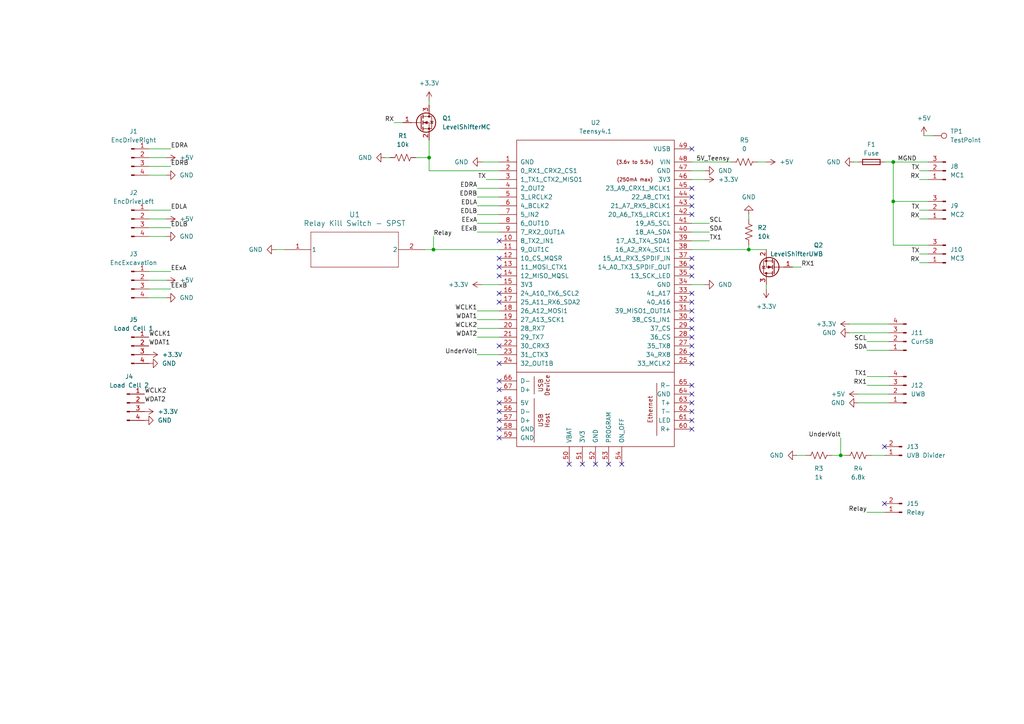
<source format=kicad_sch>
(kicad_sch (version 20230121) (generator eeschema)

  (uuid fa3ee7e9-3aea-478c-839d-652d9afee3b8)

  (paper "A4")

  (lib_symbols
    (symbol "2024-03-23_17-46-33:RR511D1121" (pin_names (offset 0.254)) (in_bom yes) (on_board yes)
      (property "Reference" "U" (at 20.32 10.16 0)
        (effects (font (size 1.524 1.524)))
      )
      (property "Value" "RR511D1121" (at 20.32 7.62 0)
        (effects (font (size 1.524 1.524)))
      )
      (property "Footprint" "RR511D1121_EWI" (at 0 0 0)
        (effects (font (size 1.27 1.27) italic) hide)
      )
      (property "Datasheet" "RR511D1121" (at 0 0 0)
        (effects (font (size 1.27 1.27) italic) hide)
      )
      (property "ki_locked" "" (at 0 0 0)
        (effects (font (size 1.27 1.27)))
      )
      (property "ki_keywords" "RR511D1121" (at 0 0 0)
        (effects (font (size 1.27 1.27)) hide)
      )
      (property "ki_fp_filters" "RR511D1121_EWI" (at 0 0 0)
        (effects (font (size 1.27 1.27)) hide)
      )
      (symbol "RR511D1121_0_1"
        (polyline
          (pts
            (xy 7.62 -5.08)
            (xy 33.02 -5.08)
          )
          (stroke (width 0.127) (type default))
          (fill (type none))
        )
        (polyline
          (pts
            (xy 7.62 5.08)
            (xy 7.62 -5.08)
          )
          (stroke (width 0.127) (type default))
          (fill (type none))
        )
        (polyline
          (pts
            (xy 33.02 -5.08)
            (xy 33.02 5.08)
          )
          (stroke (width 0.127) (type default))
          (fill (type none))
        )
        (polyline
          (pts
            (xy 33.02 5.08)
            (xy 7.62 5.08)
          )
          (stroke (width 0.127) (type default))
          (fill (type none))
        )
        (pin unspecified line (at 0 0 0) (length 7.62)
          (name "1" (effects (font (size 1.27 1.27))))
          (number "1" (effects (font (size 1.27 1.27))))
        )
        (pin unspecified line (at 40.64 0 180) (length 7.62)
          (name "2" (effects (font (size 1.27 1.27))))
          (number "2" (effects (font (size 1.27 1.27))))
        )
      )
    )
    (symbol "Connector:Conn_01x02_Pin" (pin_names (offset 1.016) hide) (in_bom yes) (on_board yes)
      (property "Reference" "J" (at 0 2.54 0)
        (effects (font (size 1.27 1.27)))
      )
      (property "Value" "Conn_01x02_Pin" (at 0 -5.08 0)
        (effects (font (size 1.27 1.27)))
      )
      (property "Footprint" "" (at 0 0 0)
        (effects (font (size 1.27 1.27)) hide)
      )
      (property "Datasheet" "~" (at 0 0 0)
        (effects (font (size 1.27 1.27)) hide)
      )
      (property "ki_locked" "" (at 0 0 0)
        (effects (font (size 1.27 1.27)))
      )
      (property "ki_keywords" "connector" (at 0 0 0)
        (effects (font (size 1.27 1.27)) hide)
      )
      (property "ki_description" "Generic connector, single row, 01x02, script generated" (at 0 0 0)
        (effects (font (size 1.27 1.27)) hide)
      )
      (property "ki_fp_filters" "Connector*:*_1x??_*" (at 0 0 0)
        (effects (font (size 1.27 1.27)) hide)
      )
      (symbol "Conn_01x02_Pin_1_1"
        (polyline
          (pts
            (xy 1.27 -2.54)
            (xy 0.8636 -2.54)
          )
          (stroke (width 0.1524) (type default))
          (fill (type none))
        )
        (polyline
          (pts
            (xy 1.27 0)
            (xy 0.8636 0)
          )
          (stroke (width 0.1524) (type default))
          (fill (type none))
        )
        (rectangle (start 0.8636 -2.413) (end 0 -2.667)
          (stroke (width 0.1524) (type default))
          (fill (type outline))
        )
        (rectangle (start 0.8636 0.127) (end 0 -0.127)
          (stroke (width 0.1524) (type default))
          (fill (type outline))
        )
        (pin passive line (at 5.08 0 180) (length 3.81)
          (name "Pin_1" (effects (font (size 1.27 1.27))))
          (number "1" (effects (font (size 1.27 1.27))))
        )
        (pin passive line (at 5.08 -2.54 180) (length 3.81)
          (name "Pin_2" (effects (font (size 1.27 1.27))))
          (number "2" (effects (font (size 1.27 1.27))))
        )
      )
    )
    (symbol "Connector:Conn_01x03_Pin" (pin_names (offset 1.016) hide) (in_bom yes) (on_board yes)
      (property "Reference" "J" (at 0 5.08 0)
        (effects (font (size 1.27 1.27)))
      )
      (property "Value" "Conn_01x03_Pin" (at 0 -5.08 0)
        (effects (font (size 1.27 1.27)))
      )
      (property "Footprint" "" (at 0 0 0)
        (effects (font (size 1.27 1.27)) hide)
      )
      (property "Datasheet" "~" (at 0 0 0)
        (effects (font (size 1.27 1.27)) hide)
      )
      (property "ki_locked" "" (at 0 0 0)
        (effects (font (size 1.27 1.27)))
      )
      (property "ki_keywords" "connector" (at 0 0 0)
        (effects (font (size 1.27 1.27)) hide)
      )
      (property "ki_description" "Generic connector, single row, 01x03, script generated" (at 0 0 0)
        (effects (font (size 1.27 1.27)) hide)
      )
      (property "ki_fp_filters" "Connector*:*_1x??_*" (at 0 0 0)
        (effects (font (size 1.27 1.27)) hide)
      )
      (symbol "Conn_01x03_Pin_1_1"
        (polyline
          (pts
            (xy 1.27 -2.54)
            (xy 0.8636 -2.54)
          )
          (stroke (width 0.1524) (type default))
          (fill (type none))
        )
        (polyline
          (pts
            (xy 1.27 0)
            (xy 0.8636 0)
          )
          (stroke (width 0.1524) (type default))
          (fill (type none))
        )
        (polyline
          (pts
            (xy 1.27 2.54)
            (xy 0.8636 2.54)
          )
          (stroke (width 0.1524) (type default))
          (fill (type none))
        )
        (rectangle (start 0.8636 -2.413) (end 0 -2.667)
          (stroke (width 0.1524) (type default))
          (fill (type outline))
        )
        (rectangle (start 0.8636 0.127) (end 0 -0.127)
          (stroke (width 0.1524) (type default))
          (fill (type outline))
        )
        (rectangle (start 0.8636 2.667) (end 0 2.413)
          (stroke (width 0.1524) (type default))
          (fill (type outline))
        )
        (pin passive line (at 5.08 2.54 180) (length 3.81)
          (name "Pin_1" (effects (font (size 1.27 1.27))))
          (number "1" (effects (font (size 1.27 1.27))))
        )
        (pin passive line (at 5.08 0 180) (length 3.81)
          (name "Pin_2" (effects (font (size 1.27 1.27))))
          (number "2" (effects (font (size 1.27 1.27))))
        )
        (pin passive line (at 5.08 -2.54 180) (length 3.81)
          (name "Pin_3" (effects (font (size 1.27 1.27))))
          (number "3" (effects (font (size 1.27 1.27))))
        )
      )
    )
    (symbol "Connector:Conn_01x04_Pin" (pin_names (offset 1.016) hide) (in_bom yes) (on_board yes)
      (property "Reference" "J" (at 0 5.08 0)
        (effects (font (size 1.27 1.27)))
      )
      (property "Value" "Conn_01x04_Pin" (at 0 -7.62 0)
        (effects (font (size 1.27 1.27)))
      )
      (property "Footprint" "" (at 0 0 0)
        (effects (font (size 1.27 1.27)) hide)
      )
      (property "Datasheet" "~" (at 0 0 0)
        (effects (font (size 1.27 1.27)) hide)
      )
      (property "ki_locked" "" (at 0 0 0)
        (effects (font (size 1.27 1.27)))
      )
      (property "ki_keywords" "connector" (at 0 0 0)
        (effects (font (size 1.27 1.27)) hide)
      )
      (property "ki_description" "Generic connector, single row, 01x04, script generated" (at 0 0 0)
        (effects (font (size 1.27 1.27)) hide)
      )
      (property "ki_fp_filters" "Connector*:*_1x??_*" (at 0 0 0)
        (effects (font (size 1.27 1.27)) hide)
      )
      (symbol "Conn_01x04_Pin_1_1"
        (polyline
          (pts
            (xy 1.27 -5.08)
            (xy 0.8636 -5.08)
          )
          (stroke (width 0.1524) (type default))
          (fill (type none))
        )
        (polyline
          (pts
            (xy 1.27 -2.54)
            (xy 0.8636 -2.54)
          )
          (stroke (width 0.1524) (type default))
          (fill (type none))
        )
        (polyline
          (pts
            (xy 1.27 0)
            (xy 0.8636 0)
          )
          (stroke (width 0.1524) (type default))
          (fill (type none))
        )
        (polyline
          (pts
            (xy 1.27 2.54)
            (xy 0.8636 2.54)
          )
          (stroke (width 0.1524) (type default))
          (fill (type none))
        )
        (rectangle (start 0.8636 -4.953) (end 0 -5.207)
          (stroke (width 0.1524) (type default))
          (fill (type outline))
        )
        (rectangle (start 0.8636 -2.413) (end 0 -2.667)
          (stroke (width 0.1524) (type default))
          (fill (type outline))
        )
        (rectangle (start 0.8636 0.127) (end 0 -0.127)
          (stroke (width 0.1524) (type default))
          (fill (type outline))
        )
        (rectangle (start 0.8636 2.667) (end 0 2.413)
          (stroke (width 0.1524) (type default))
          (fill (type outline))
        )
        (pin passive line (at 5.08 2.54 180) (length 3.81)
          (name "Pin_1" (effects (font (size 1.27 1.27))))
          (number "1" (effects (font (size 1.27 1.27))))
        )
        (pin passive line (at 5.08 0 180) (length 3.81)
          (name "Pin_2" (effects (font (size 1.27 1.27))))
          (number "2" (effects (font (size 1.27 1.27))))
        )
        (pin passive line (at 5.08 -2.54 180) (length 3.81)
          (name "Pin_3" (effects (font (size 1.27 1.27))))
          (number "3" (effects (font (size 1.27 1.27))))
        )
        (pin passive line (at 5.08 -5.08 180) (length 3.81)
          (name "Pin_4" (effects (font (size 1.27 1.27))))
          (number "4" (effects (font (size 1.27 1.27))))
        )
      )
    )
    (symbol "Connector:TestPoint" (pin_numbers hide) (pin_names (offset 0.762) hide) (in_bom yes) (on_board yes)
      (property "Reference" "TP" (at 0 6.858 0)
        (effects (font (size 1.27 1.27)))
      )
      (property "Value" "TestPoint" (at 0 5.08 0)
        (effects (font (size 1.27 1.27)))
      )
      (property "Footprint" "" (at 5.08 0 0)
        (effects (font (size 1.27 1.27)) hide)
      )
      (property "Datasheet" "~" (at 5.08 0 0)
        (effects (font (size 1.27 1.27)) hide)
      )
      (property "ki_keywords" "test point tp" (at 0 0 0)
        (effects (font (size 1.27 1.27)) hide)
      )
      (property "ki_description" "test point" (at 0 0 0)
        (effects (font (size 1.27 1.27)) hide)
      )
      (property "ki_fp_filters" "Pin* Test*" (at 0 0 0)
        (effects (font (size 1.27 1.27)) hide)
      )
      (symbol "TestPoint_0_1"
        (circle (center 0 3.302) (radius 0.762)
          (stroke (width 0) (type default))
          (fill (type none))
        )
      )
      (symbol "TestPoint_1_1"
        (pin passive line (at 0 0 90) (length 2.54)
          (name "1" (effects (font (size 1.27 1.27))))
          (number "1" (effects (font (size 1.27 1.27))))
        )
      )
    )
    (symbol "Device:Fuse" (pin_numbers hide) (pin_names (offset 0)) (in_bom yes) (on_board yes)
      (property "Reference" "F" (at 2.032 0 90)
        (effects (font (size 1.27 1.27)))
      )
      (property "Value" "Fuse" (at -1.905 0 90)
        (effects (font (size 1.27 1.27)))
      )
      (property "Footprint" "" (at -1.778 0 90)
        (effects (font (size 1.27 1.27)) hide)
      )
      (property "Datasheet" "~" (at 0 0 0)
        (effects (font (size 1.27 1.27)) hide)
      )
      (property "ki_keywords" "fuse" (at 0 0 0)
        (effects (font (size 1.27 1.27)) hide)
      )
      (property "ki_description" "Fuse" (at 0 0 0)
        (effects (font (size 1.27 1.27)) hide)
      )
      (property "ki_fp_filters" "*Fuse*" (at 0 0 0)
        (effects (font (size 1.27 1.27)) hide)
      )
      (symbol "Fuse_0_1"
        (rectangle (start -0.762 -2.54) (end 0.762 2.54)
          (stroke (width 0.254) (type default))
          (fill (type none))
        )
        (polyline
          (pts
            (xy 0 2.54)
            (xy 0 -2.54)
          )
          (stroke (width 0) (type default))
          (fill (type none))
        )
      )
      (symbol "Fuse_1_1"
        (pin passive line (at 0 3.81 270) (length 1.27)
          (name "~" (effects (font (size 1.27 1.27))))
          (number "1" (effects (font (size 1.27 1.27))))
        )
        (pin passive line (at 0 -3.81 90) (length 1.27)
          (name "~" (effects (font (size 1.27 1.27))))
          (number "2" (effects (font (size 1.27 1.27))))
        )
      )
    )
    (symbol "Device:R_US" (pin_numbers hide) (pin_names (offset 0)) (in_bom yes) (on_board yes)
      (property "Reference" "R" (at 2.54 0 90)
        (effects (font (size 1.27 1.27)))
      )
      (property "Value" "R_US" (at -2.54 0 90)
        (effects (font (size 1.27 1.27)))
      )
      (property "Footprint" "" (at 1.016 -0.254 90)
        (effects (font (size 1.27 1.27)) hide)
      )
      (property "Datasheet" "~" (at 0 0 0)
        (effects (font (size 1.27 1.27)) hide)
      )
      (property "ki_keywords" "R res resistor" (at 0 0 0)
        (effects (font (size 1.27 1.27)) hide)
      )
      (property "ki_description" "Resistor, US symbol" (at 0 0 0)
        (effects (font (size 1.27 1.27)) hide)
      )
      (property "ki_fp_filters" "R_*" (at 0 0 0)
        (effects (font (size 1.27 1.27)) hide)
      )
      (symbol "R_US_0_1"
        (polyline
          (pts
            (xy 0 -2.286)
            (xy 0 -2.54)
          )
          (stroke (width 0) (type default))
          (fill (type none))
        )
        (polyline
          (pts
            (xy 0 2.286)
            (xy 0 2.54)
          )
          (stroke (width 0) (type default))
          (fill (type none))
        )
        (polyline
          (pts
            (xy 0 -0.762)
            (xy 1.016 -1.143)
            (xy 0 -1.524)
            (xy -1.016 -1.905)
            (xy 0 -2.286)
          )
          (stroke (width 0) (type default))
          (fill (type none))
        )
        (polyline
          (pts
            (xy 0 0.762)
            (xy 1.016 0.381)
            (xy 0 0)
            (xy -1.016 -0.381)
            (xy 0 -0.762)
          )
          (stroke (width 0) (type default))
          (fill (type none))
        )
        (polyline
          (pts
            (xy 0 2.286)
            (xy 1.016 1.905)
            (xy 0 1.524)
            (xy -1.016 1.143)
            (xy 0 0.762)
          )
          (stroke (width 0) (type default))
          (fill (type none))
        )
      )
      (symbol "R_US_1_1"
        (pin passive line (at 0 3.81 270) (length 1.27)
          (name "~" (effects (font (size 1.27 1.27))))
          (number "1" (effects (font (size 1.27 1.27))))
        )
        (pin passive line (at 0 -3.81 90) (length 1.27)
          (name "~" (effects (font (size 1.27 1.27))))
          (number "2" (effects (font (size 1.27 1.27))))
        )
      )
    )
    (symbol "Transistor_FET:BSS138" (pin_names hide) (in_bom yes) (on_board yes)
      (property "Reference" "Q" (at 5.08 1.905 0)
        (effects (font (size 1.27 1.27)) (justify left))
      )
      (property "Value" "BSS138" (at 5.08 0 0)
        (effects (font (size 1.27 1.27)) (justify left))
      )
      (property "Footprint" "Package_TO_SOT_SMD:SOT-23" (at 5.08 -1.905 0)
        (effects (font (size 1.27 1.27) italic) (justify left) hide)
      )
      (property "Datasheet" "https://www.onsemi.com/pub/Collateral/BSS138-D.PDF" (at 5.08 -3.81 0)
        (effects (font (size 1.27 1.27)) (justify left) hide)
      )
      (property "ki_keywords" "N-Channel MOSFET" (at 0 0 0)
        (effects (font (size 1.27 1.27)) hide)
      )
      (property "ki_description" "50V Vds, 0.22A Id, N-Channel MOSFET, SOT-23" (at 0 0 0)
        (effects (font (size 1.27 1.27)) hide)
      )
      (property "ki_fp_filters" "SOT?23*" (at 0 0 0)
        (effects (font (size 1.27 1.27)) hide)
      )
      (symbol "BSS138_0_1"
        (polyline
          (pts
            (xy 0.254 0)
            (xy -2.54 0)
          )
          (stroke (width 0) (type default))
          (fill (type none))
        )
        (polyline
          (pts
            (xy 0.254 1.905)
            (xy 0.254 -1.905)
          )
          (stroke (width 0.254) (type default))
          (fill (type none))
        )
        (polyline
          (pts
            (xy 0.762 -1.27)
            (xy 0.762 -2.286)
          )
          (stroke (width 0.254) (type default))
          (fill (type none))
        )
        (polyline
          (pts
            (xy 0.762 0.508)
            (xy 0.762 -0.508)
          )
          (stroke (width 0.254) (type default))
          (fill (type none))
        )
        (polyline
          (pts
            (xy 0.762 2.286)
            (xy 0.762 1.27)
          )
          (stroke (width 0.254) (type default))
          (fill (type none))
        )
        (polyline
          (pts
            (xy 2.54 2.54)
            (xy 2.54 1.778)
          )
          (stroke (width 0) (type default))
          (fill (type none))
        )
        (polyline
          (pts
            (xy 2.54 -2.54)
            (xy 2.54 0)
            (xy 0.762 0)
          )
          (stroke (width 0) (type default))
          (fill (type none))
        )
        (polyline
          (pts
            (xy 0.762 -1.778)
            (xy 3.302 -1.778)
            (xy 3.302 1.778)
            (xy 0.762 1.778)
          )
          (stroke (width 0) (type default))
          (fill (type none))
        )
        (polyline
          (pts
            (xy 1.016 0)
            (xy 2.032 0.381)
            (xy 2.032 -0.381)
            (xy 1.016 0)
          )
          (stroke (width 0) (type default))
          (fill (type outline))
        )
        (polyline
          (pts
            (xy 2.794 0.508)
            (xy 2.921 0.381)
            (xy 3.683 0.381)
            (xy 3.81 0.254)
          )
          (stroke (width 0) (type default))
          (fill (type none))
        )
        (polyline
          (pts
            (xy 3.302 0.381)
            (xy 2.921 -0.254)
            (xy 3.683 -0.254)
            (xy 3.302 0.381)
          )
          (stroke (width 0) (type default))
          (fill (type none))
        )
        (circle (center 1.651 0) (radius 2.794)
          (stroke (width 0.254) (type default))
          (fill (type none))
        )
        (circle (center 2.54 -1.778) (radius 0.254)
          (stroke (width 0) (type default))
          (fill (type outline))
        )
        (circle (center 2.54 1.778) (radius 0.254)
          (stroke (width 0) (type default))
          (fill (type outline))
        )
      )
      (symbol "BSS138_1_1"
        (pin input line (at -5.08 0 0) (length 2.54)
          (name "G" (effects (font (size 1.27 1.27))))
          (number "1" (effects (font (size 1.27 1.27))))
        )
        (pin passive line (at 2.54 -5.08 90) (length 2.54)
          (name "S" (effects (font (size 1.27 1.27))))
          (number "2" (effects (font (size 1.27 1.27))))
        )
        (pin passive line (at 2.54 5.08 270) (length 2.54)
          (name "D" (effects (font (size 1.27 1.27))))
          (number "3" (effects (font (size 1.27 1.27))))
        )
      )
    )
    (symbol "power:+3.3V" (power) (pin_names (offset 0)) (in_bom yes) (on_board yes)
      (property "Reference" "#PWR" (at 0 -3.81 0)
        (effects (font (size 1.27 1.27)) hide)
      )
      (property "Value" "+3.3V" (at 0 3.556 0)
        (effects (font (size 1.27 1.27)))
      )
      (property "Footprint" "" (at 0 0 0)
        (effects (font (size 1.27 1.27)) hide)
      )
      (property "Datasheet" "" (at 0 0 0)
        (effects (font (size 1.27 1.27)) hide)
      )
      (property "ki_keywords" "global power" (at 0 0 0)
        (effects (font (size 1.27 1.27)) hide)
      )
      (property "ki_description" "Power symbol creates a global label with name \"+3.3V\"" (at 0 0 0)
        (effects (font (size 1.27 1.27)) hide)
      )
      (symbol "+3.3V_0_1"
        (polyline
          (pts
            (xy -0.762 1.27)
            (xy 0 2.54)
          )
          (stroke (width 0) (type default))
          (fill (type none))
        )
        (polyline
          (pts
            (xy 0 0)
            (xy 0 2.54)
          )
          (stroke (width 0) (type default))
          (fill (type none))
        )
        (polyline
          (pts
            (xy 0 2.54)
            (xy 0.762 1.27)
          )
          (stroke (width 0) (type default))
          (fill (type none))
        )
      )
      (symbol "+3.3V_1_1"
        (pin power_in line (at 0 0 90) (length 0) hide
          (name "+3.3V" (effects (font (size 1.27 1.27))))
          (number "1" (effects (font (size 1.27 1.27))))
        )
      )
    )
    (symbol "power:+5V" (power) (pin_names (offset 0)) (in_bom yes) (on_board yes)
      (property "Reference" "#PWR" (at 0 -3.81 0)
        (effects (font (size 1.27 1.27)) hide)
      )
      (property "Value" "+5V" (at 0 3.556 0)
        (effects (font (size 1.27 1.27)))
      )
      (property "Footprint" "" (at 0 0 0)
        (effects (font (size 1.27 1.27)) hide)
      )
      (property "Datasheet" "" (at 0 0 0)
        (effects (font (size 1.27 1.27)) hide)
      )
      (property "ki_keywords" "global power" (at 0 0 0)
        (effects (font (size 1.27 1.27)) hide)
      )
      (property "ki_description" "Power symbol creates a global label with name \"+5V\"" (at 0 0 0)
        (effects (font (size 1.27 1.27)) hide)
      )
      (symbol "+5V_0_1"
        (polyline
          (pts
            (xy -0.762 1.27)
            (xy 0 2.54)
          )
          (stroke (width 0) (type default))
          (fill (type none))
        )
        (polyline
          (pts
            (xy 0 0)
            (xy 0 2.54)
          )
          (stroke (width 0) (type default))
          (fill (type none))
        )
        (polyline
          (pts
            (xy 0 2.54)
            (xy 0.762 1.27)
          )
          (stroke (width 0) (type default))
          (fill (type none))
        )
      )
      (symbol "+5V_1_1"
        (pin power_in line (at 0 0 90) (length 0) hide
          (name "+5V" (effects (font (size 1.27 1.27))))
          (number "1" (effects (font (size 1.27 1.27))))
        )
      )
    )
    (symbol "power:GND" (power) (pin_names (offset 0)) (in_bom yes) (on_board yes)
      (property "Reference" "#PWR" (at 0 -6.35 0)
        (effects (font (size 1.27 1.27)) hide)
      )
      (property "Value" "GND" (at 0 -3.81 0)
        (effects (font (size 1.27 1.27)))
      )
      (property "Footprint" "" (at 0 0 0)
        (effects (font (size 1.27 1.27)) hide)
      )
      (property "Datasheet" "" (at 0 0 0)
        (effects (font (size 1.27 1.27)) hide)
      )
      (property "ki_keywords" "global power" (at 0 0 0)
        (effects (font (size 1.27 1.27)) hide)
      )
      (property "ki_description" "Power symbol creates a global label with name \"GND\" , ground" (at 0 0 0)
        (effects (font (size 1.27 1.27)) hide)
      )
      (symbol "GND_0_1"
        (polyline
          (pts
            (xy 0 0)
            (xy 0 -1.27)
            (xy 1.27 -1.27)
            (xy 0 -2.54)
            (xy -1.27 -1.27)
            (xy 0 -1.27)
          )
          (stroke (width 0) (type default))
          (fill (type none))
        )
      )
      (symbol "GND_1_1"
        (pin power_in line (at 0 0 270) (length 0) hide
          (name "GND" (effects (font (size 1.27 1.27))))
          (number "1" (effects (font (size 1.27 1.27))))
        )
      )
    )
    (symbol "teensy:Teensy4.1" (pin_names (offset 1.016)) (in_bom yes) (on_board yes)
      (property "Reference" "U" (at 0 64.77 0)
        (effects (font (size 1.27 1.27)))
      )
      (property "Value" "Teensy4.1" (at 0 62.23 0)
        (effects (font (size 1.27 1.27)))
      )
      (property "Footprint" "" (at -10.16 10.16 0)
        (effects (font (size 1.27 1.27)) hide)
      )
      (property "Datasheet" "" (at -10.16 10.16 0)
        (effects (font (size 1.27 1.27)) hide)
      )
      (symbol "Teensy4.1_0_0"
        (polyline
          (pts
            (xy -22.86 -6.35)
            (xy 22.86 -6.35)
          )
          (stroke (width 0) (type default))
          (fill (type none))
        )
        (polyline
          (pts
            (xy -17.78 -26.67)
            (xy -17.78 -13.97)
          )
          (stroke (width 0) (type default))
          (fill (type none))
        )
        (polyline
          (pts
            (xy -17.78 -7.62)
            (xy -17.78 -12.7)
          )
          (stroke (width 0) (type default))
          (fill (type none))
        )
        (polyline
          (pts
            (xy 17.78 -9.525)
            (xy 17.78 -24.765)
          )
          (stroke (width 0) (type default))
          (fill (type none))
        )
        (text "(250mA max)" (at 11.43 49.53 0)
          (effects (font (size 1.016 1.016)))
        )
        (text "(3.6v to 5.5v)" (at 11.43 54.61 0)
          (effects (font (size 1.016 1.016)))
        )
        (text "Device" (at -13.97 -10.16 900)
          (effects (font (size 1.27 1.27)))
        )
        (text "Ethernet" (at 15.875 -17.145 900)
          (effects (font (size 1.27 1.27)))
        )
        (text "Host" (at -13.97 -20.32 900)
          (effects (font (size 1.27 1.27)))
        )
        (text "USB" (at -15.875 -20.32 900)
          (effects (font (size 1.27 1.27)))
        )
        (text "USB" (at -15.875 -10.16 900)
          (effects (font (size 1.27 1.27)))
        )
        (pin bidirectional line (at -27.94 31.75 0) (length 5.08)
          (name "8_TX2_IN1" (effects (font (size 1.27 1.27))))
          (number "10" (effects (font (size 1.27 1.27))))
        )
        (pin bidirectional line (at -27.94 29.21 0) (length 5.08)
          (name "9_OUT1C" (effects (font (size 1.27 1.27))))
          (number "11" (effects (font (size 1.27 1.27))))
        )
        (pin bidirectional line (at -27.94 26.67 0) (length 5.08)
          (name "10_CS_MQSR" (effects (font (size 1.27 1.27))))
          (number "12" (effects (font (size 1.27 1.27))))
        )
        (pin bidirectional line (at -27.94 24.13 0) (length 5.08)
          (name "11_MOSI_CTX1" (effects (font (size 1.27 1.27))))
          (number "13" (effects (font (size 1.27 1.27))))
        )
        (pin bidirectional line (at -27.94 21.59 0) (length 5.08)
          (name "12_MISO_MQSL" (effects (font (size 1.27 1.27))))
          (number "14" (effects (font (size 1.27 1.27))))
        )
        (pin power_in line (at -27.94 19.05 0) (length 5.08)
          (name "3V3" (effects (font (size 1.27 1.27))))
          (number "15" (effects (font (size 1.27 1.27))))
        )
        (pin bidirectional line (at -27.94 16.51 0) (length 5.08)
          (name "24_A10_TX6_SCL2" (effects (font (size 1.27 1.27))))
          (number "16" (effects (font (size 1.27 1.27))))
        )
        (pin bidirectional line (at -27.94 13.97 0) (length 5.08)
          (name "25_A11_RX6_SDA2" (effects (font (size 1.27 1.27))))
          (number "17" (effects (font (size 1.27 1.27))))
        )
        (pin bidirectional line (at -27.94 11.43 0) (length 5.08)
          (name "26_A12_MOSI1" (effects (font (size 1.27 1.27))))
          (number "18" (effects (font (size 1.27 1.27))))
        )
        (pin bidirectional line (at -27.94 8.89 0) (length 5.08)
          (name "27_A13_SCK1" (effects (font (size 1.27 1.27))))
          (number "19" (effects (font (size 1.27 1.27))))
        )
        (pin bidirectional line (at -27.94 6.35 0) (length 5.08)
          (name "28_RX7" (effects (font (size 1.27 1.27))))
          (number "20" (effects (font (size 1.27 1.27))))
        )
        (pin bidirectional line (at -27.94 3.81 0) (length 5.08)
          (name "29_TX7" (effects (font (size 1.27 1.27))))
          (number "21" (effects (font (size 1.27 1.27))))
        )
        (pin bidirectional line (at -27.94 1.27 0) (length 5.08)
          (name "30_CRX3" (effects (font (size 1.27 1.27))))
          (number "22" (effects (font (size 1.27 1.27))))
        )
        (pin bidirectional line (at -27.94 -1.27 0) (length 5.08)
          (name "31_CTX3" (effects (font (size 1.27 1.27))))
          (number "23" (effects (font (size 1.27 1.27))))
        )
        (pin bidirectional line (at -27.94 -3.81 0) (length 5.08)
          (name "32_OUT1B" (effects (font (size 1.27 1.27))))
          (number "24" (effects (font (size 1.27 1.27))))
        )
        (pin bidirectional line (at 27.94 -3.81 180) (length 5.08)
          (name "33_MCLK2" (effects (font (size 1.27 1.27))))
          (number "25" (effects (font (size 1.27 1.27))))
        )
        (pin bidirectional line (at 27.94 -1.27 180) (length 5.08)
          (name "34_RX8" (effects (font (size 1.27 1.27))))
          (number "26" (effects (font (size 1.27 1.27))))
        )
        (pin bidirectional line (at 27.94 1.27 180) (length 5.08)
          (name "35_TX8" (effects (font (size 1.27 1.27))))
          (number "27" (effects (font (size 1.27 1.27))))
        )
        (pin bidirectional line (at 27.94 3.81 180) (length 5.08)
          (name "36_CS" (effects (font (size 1.27 1.27))))
          (number "28" (effects (font (size 1.27 1.27))))
        )
        (pin bidirectional line (at 27.94 6.35 180) (length 5.08)
          (name "37_CS" (effects (font (size 1.27 1.27))))
          (number "29" (effects (font (size 1.27 1.27))))
        )
        (pin bidirectional line (at 27.94 8.89 180) (length 5.08)
          (name "38_CS1_IN1" (effects (font (size 1.27 1.27))))
          (number "30" (effects (font (size 1.27 1.27))))
        )
        (pin bidirectional line (at 27.94 11.43 180) (length 5.08)
          (name "39_MISO1_OUT1A" (effects (font (size 1.27 1.27))))
          (number "31" (effects (font (size 1.27 1.27))))
        )
        (pin bidirectional line (at 27.94 13.97 180) (length 5.08)
          (name "40_A16" (effects (font (size 1.27 1.27))))
          (number "32" (effects (font (size 1.27 1.27))))
        )
        (pin bidirectional line (at 27.94 16.51 180) (length 5.08)
          (name "41_A17" (effects (font (size 1.27 1.27))))
          (number "33" (effects (font (size 1.27 1.27))))
        )
        (pin bidirectional line (at 27.94 21.59 180) (length 5.08)
          (name "13_SCK_LED" (effects (font (size 1.27 1.27))))
          (number "35" (effects (font (size 1.27 1.27))))
        )
        (pin bidirectional line (at 27.94 24.13 180) (length 5.08)
          (name "14_A0_TX3_SPDIF_OUT" (effects (font (size 1.27 1.27))))
          (number "36" (effects (font (size 1.27 1.27))))
        )
        (pin bidirectional line (at 27.94 26.67 180) (length 5.08)
          (name "15_A1_RX3_SPDIF_IN" (effects (font (size 1.27 1.27))))
          (number "37" (effects (font (size 1.27 1.27))))
        )
        (pin bidirectional line (at 27.94 29.21 180) (length 5.08)
          (name "16_A2_RX4_SCL1" (effects (font (size 1.27 1.27))))
          (number "38" (effects (font (size 1.27 1.27))))
        )
        (pin bidirectional line (at 27.94 31.75 180) (length 5.08)
          (name "17_A3_TX4_SDA1" (effects (font (size 1.27 1.27))))
          (number "39" (effects (font (size 1.27 1.27))))
        )
        (pin bidirectional line (at 27.94 34.29 180) (length 5.08)
          (name "18_A4_SDA" (effects (font (size 1.27 1.27))))
          (number "40" (effects (font (size 1.27 1.27))))
        )
        (pin bidirectional line (at 27.94 36.83 180) (length 5.08)
          (name "19_A5_SCL" (effects (font (size 1.27 1.27))))
          (number "41" (effects (font (size 1.27 1.27))))
        )
        (pin bidirectional line (at 27.94 39.37 180) (length 5.08)
          (name "20_A6_TX5_LRCLK1" (effects (font (size 1.27 1.27))))
          (number "42" (effects (font (size 1.27 1.27))))
        )
        (pin bidirectional line (at 27.94 41.91 180) (length 5.08)
          (name "21_A7_RX5_BCLK1" (effects (font (size 1.27 1.27))))
          (number "43" (effects (font (size 1.27 1.27))))
        )
        (pin bidirectional line (at 27.94 44.45 180) (length 5.08)
          (name "22_A8_CTX1" (effects (font (size 1.27 1.27))))
          (number "44" (effects (font (size 1.27 1.27))))
        )
        (pin bidirectional line (at 27.94 46.99 180) (length 5.08)
          (name "23_A9_CRX1_MCLK1" (effects (font (size 1.27 1.27))))
          (number "45" (effects (font (size 1.27 1.27))))
        )
        (pin output line (at 27.94 49.53 180) (length 5.08)
          (name "3V3" (effects (font (size 1.27 1.27))))
          (number "46" (effects (font (size 1.27 1.27))))
        )
        (pin output line (at 27.94 52.07 180) (length 5.08)
          (name "GND" (effects (font (size 1.27 1.27))))
          (number "47" (effects (font (size 1.27 1.27))))
        )
        (pin power_in line (at 27.94 54.61 180) (length 5.08)
          (name "VIN" (effects (font (size 1.27 1.27))))
          (number "48" (effects (font (size 1.27 1.27))))
        )
        (pin power_out line (at 27.94 58.42 180) (length 5.08)
          (name "VUSB" (effects (font (size 1.27 1.27))))
          (number "49" (effects (font (size 1.27 1.27))))
        )
        (pin bidirectional line (at -27.94 44.45 0) (length 5.08)
          (name "3_LRCLK2" (effects (font (size 1.27 1.27))))
          (number "5" (effects (font (size 1.27 1.27))))
        )
        (pin power_in line (at -7.62 -33.02 90) (length 5.08)
          (name "VBAT" (effects (font (size 1.27 1.27))))
          (number "50" (effects (font (size 1.27 1.27))))
        )
        (pin power_in line (at -3.81 -33.02 90) (length 5.08)
          (name "3V3" (effects (font (size 1.27 1.27))))
          (number "51" (effects (font (size 1.27 1.27))))
        )
        (pin input line (at 0 -33.02 90) (length 5.08)
          (name "GND" (effects (font (size 1.27 1.27))))
          (number "52" (effects (font (size 1.27 1.27))))
        )
        (pin input line (at 3.81 -33.02 90) (length 5.08)
          (name "PROGRAM" (effects (font (size 1.27 1.27))))
          (number "53" (effects (font (size 1.27 1.27))))
        )
        (pin input line (at 7.62 -33.02 90) (length 5.08)
          (name "ON_OFF" (effects (font (size 1.27 1.27))))
          (number "54" (effects (font (size 1.27 1.27))))
        )
        (pin power_out line (at -27.94 -15.24 0) (length 5.08)
          (name "5V" (effects (font (size 1.27 1.27))))
          (number "55" (effects (font (size 1.27 1.27))))
        )
        (pin bidirectional line (at -27.94 -17.78 0) (length 5.08)
          (name "D-" (effects (font (size 1.27 1.27))))
          (number "56" (effects (font (size 1.27 1.27))))
        )
        (pin bidirectional line (at -27.94 -20.32 0) (length 5.08)
          (name "D+" (effects (font (size 1.27 1.27))))
          (number "57" (effects (font (size 1.27 1.27))))
        )
        (pin power_in line (at -27.94 -22.86 0) (length 5.08)
          (name "GND" (effects (font (size 1.27 1.27))))
          (number "58" (effects (font (size 1.27 1.27))))
        )
        (pin power_in line (at -27.94 -25.4 0) (length 5.08)
          (name "GND" (effects (font (size 1.27 1.27))))
          (number "59" (effects (font (size 1.27 1.27))))
        )
        (pin bidirectional line (at -27.94 41.91 0) (length 5.08)
          (name "4_BCLK2" (effects (font (size 1.27 1.27))))
          (number "6" (effects (font (size 1.27 1.27))))
        )
        (pin bidirectional line (at 27.94 -22.86 180) (length 5.08)
          (name "R+" (effects (font (size 1.27 1.27))))
          (number "60" (effects (font (size 1.27 1.27))))
        )
        (pin bidirectional line (at 27.94 -20.32 180) (length 5.08)
          (name "LED" (effects (font (size 1.27 1.27))))
          (number "61" (effects (font (size 1.27 1.27))))
        )
        (pin bidirectional line (at 27.94 -17.78 180) (length 5.08)
          (name "T-" (effects (font (size 1.27 1.27))))
          (number "62" (effects (font (size 1.27 1.27))))
        )
        (pin bidirectional line (at 27.94 -15.24 180) (length 5.08)
          (name "T+" (effects (font (size 1.27 1.27))))
          (number "63" (effects (font (size 1.27 1.27))))
        )
        (pin power_in line (at 27.94 -12.7 180) (length 5.08)
          (name "GND" (effects (font (size 1.27 1.27))))
          (number "64" (effects (font (size 1.27 1.27))))
        )
        (pin bidirectional line (at 27.94 -10.16 180) (length 5.08)
          (name "R-" (effects (font (size 1.27 1.27))))
          (number "65" (effects (font (size 1.27 1.27))))
        )
        (pin bidirectional line (at -27.94 -8.89 0) (length 5.08)
          (name "D-" (effects (font (size 1.27 1.27))))
          (number "66" (effects (font (size 1.27 1.27))))
        )
        (pin bidirectional line (at -27.94 -11.43 0) (length 5.08)
          (name "D+" (effects (font (size 1.27 1.27))))
          (number "67" (effects (font (size 1.27 1.27))))
        )
        (pin bidirectional line (at -27.94 39.37 0) (length 5.08)
          (name "5_IN2" (effects (font (size 1.27 1.27))))
          (number "7" (effects (font (size 1.27 1.27))))
        )
        (pin bidirectional line (at -27.94 36.83 0) (length 5.08)
          (name "6_OUT1D" (effects (font (size 1.27 1.27))))
          (number "8" (effects (font (size 1.27 1.27))))
        )
        (pin bidirectional line (at -27.94 34.29 0) (length 5.08)
          (name "7_RX2_OUT1A" (effects (font (size 1.27 1.27))))
          (number "9" (effects (font (size 1.27 1.27))))
        )
      )
      (symbol "Teensy4.1_0_1"
        (rectangle (start -22.86 60.96) (end 22.86 -27.94)
          (stroke (width 0) (type default))
          (fill (type none))
        )
        (rectangle (start -20.32 -1.27) (end -20.32 -1.27)
          (stroke (width 0) (type default))
          (fill (type none))
        )
      )
      (symbol "Teensy4.1_1_1"
        (pin power_in line (at -27.94 54.61 0) (length 5.08)
          (name "GND" (effects (font (size 1.27 1.27))))
          (number "1" (effects (font (size 1.27 1.27))))
        )
        (pin bidirectional line (at -27.94 52.07 0) (length 5.08)
          (name "0_RX1_CRX2_CS1" (effects (font (size 1.27 1.27))))
          (number "2" (effects (font (size 1.27 1.27))))
        )
        (pin bidirectional line (at -27.94 49.53 0) (length 5.08)
          (name "1_TX1_CTX2_MISO1" (effects (font (size 1.27 1.27))))
          (number "3" (effects (font (size 1.27 1.27))))
        )
        (pin power_in line (at 27.94 19.05 180) (length 5.08)
          (name "GND" (effects (font (size 1.27 1.27))))
          (number "34" (effects (font (size 1.27 1.27))))
        )
        (pin bidirectional line (at -27.94 46.99 0) (length 5.08)
          (name "2_OUT2" (effects (font (size 1.27 1.27))))
          (number "4" (effects (font (size 1.27 1.27))))
        )
      )
    )
  )

  (junction (at 259.08 46.99) (diameter 0) (color 0 0 0 0)
    (uuid 2e9ae476-b1fb-4126-8ac8-979a2490a109)
  )
  (junction (at 259.08 58.42) (diameter 0) (color 0 0 0 0)
    (uuid 62b72356-a0cc-4171-81ac-34fa14051bb1)
  )
  (junction (at 124.46 45.72) (diameter 0) (color 0 0 0 0)
    (uuid 7b92f12f-95a1-476e-bf79-df9fbac3047c)
  )
  (junction (at 217.17 72.39) (diameter 0) (color 0 0 0 0)
    (uuid 88348f21-e9b5-430d-92ab-9888a97efcbd)
  )
  (junction (at 243.84 132.08) (diameter 0) (color 0 0 0 0)
    (uuid 924cc8a5-4328-4faa-b6ce-f22d6c0e75d3)
  )
  (junction (at 125.73 72.39) (diameter 0) (color 0 0 0 0)
    (uuid aaf967b2-87be-4929-9e93-6a9f632119fa)
  )

  (no_connect (at 200.66 80.01) (uuid 091621d2-0e81-44e4-9cae-8e0857ae7ee1))
  (no_connect (at 200.66 116.84) (uuid 099049d8-3f28-423f-bef2-8698c3338582))
  (no_connect (at 200.66 114.3) (uuid 0abecc02-3d63-4ceb-b8f7-afb07cbe3f39))
  (no_connect (at 144.78 80.01) (uuid 12e9610c-a976-440b-ae1b-a7860e774dc2))
  (no_connect (at 144.78 105.41) (uuid 1e1c5a35-88d3-4d0b-aa24-6f88f40c6355))
  (no_connect (at 144.78 124.46) (uuid 2410f1e1-df7b-4851-85e2-5553607feec4))
  (no_connect (at 200.66 87.63) (uuid 28120f53-6a35-4d9b-a4d1-5d92f382b11f))
  (no_connect (at 172.72 134.62) (uuid 49718589-6ed2-4b84-8ec6-056f86406352))
  (no_connect (at 144.78 69.85) (uuid 51c364c0-a978-4ff2-8e35-11cec9af5b5c))
  (no_connect (at 200.66 97.79) (uuid 5a66a55a-cb2c-4664-8085-8c097433eb85))
  (no_connect (at 200.66 105.41) (uuid 5ebcb1d7-3dde-4e5a-b34b-e88e9822d35b))
  (no_connect (at 200.66 85.09) (uuid 630a616b-8c33-4711-a31d-60b242c3606c))
  (no_connect (at 144.78 127) (uuid 6459a4a1-1f91-4759-a29f-3ebf592c244c))
  (no_connect (at 144.78 119.38) (uuid 6ff2ea68-3ce2-4064-936f-27b96bc834aa))
  (no_connect (at 144.78 85.09) (uuid 716d2a09-dffd-4ba4-abea-8af36622c04a))
  (no_connect (at 144.78 77.47) (uuid 72ac2b31-b809-47df-a5bb-22365331981b))
  (no_connect (at 200.66 77.47) (uuid 7404986e-ad36-4639-8d11-655826a35a7d))
  (no_connect (at 200.66 124.46) (uuid 74220f06-6bc5-4d3e-bf48-efdd21eb77ec))
  (no_connect (at 200.66 74.93) (uuid 74fa95d5-a041-4210-b8be-43a96835f1d1))
  (no_connect (at 165.1 134.62) (uuid 7e3ac24d-3297-44e2-bc4a-053f21b8648c))
  (no_connect (at 200.66 119.38) (uuid 82444a18-0118-4646-9f54-f6f6d2499c7d))
  (no_connect (at 200.66 121.92) (uuid 8cef37e2-fbdb-47d4-9f8a-a2125a368b5e))
  (no_connect (at 256.54 146.05) (uuid 8eff6164-5f88-4628-9051-2bfc841c07d8))
  (no_connect (at 144.78 116.84) (uuid 94bc88f5-be7a-44c6-98c6-c0662d962f27))
  (no_connect (at 144.78 87.63) (uuid 9ba5b795-70e6-44ad-8694-629c99b02581))
  (no_connect (at 200.66 43.18) (uuid a87791fd-5d04-425b-8de3-2ed85e350f15))
  (no_connect (at 144.78 121.92) (uuid b02ccf01-00ab-4afb-a951-637f1e7aebc6))
  (no_connect (at 200.66 59.69) (uuid b1cf076a-14fc-47fb-b25a-64c10d981335))
  (no_connect (at 200.66 90.17) (uuid b24114ec-c9f3-4ac3-8217-081ead76dc74))
  (no_connect (at 200.66 57.15) (uuid b3be2fa7-f493-4d5f-9fe6-28d20d64a23e))
  (no_connect (at 200.66 62.23) (uuid b54d76d9-3054-4e4b-b5a4-740502fc7fd4))
  (no_connect (at 144.78 74.93) (uuid c253c678-7600-4df1-a205-eef7689eea03))
  (no_connect (at 200.66 54.61) (uuid c37c4ed7-1ed4-41fe-ab4b-0403acda5583))
  (no_connect (at 200.66 102.87) (uuid c3a3285e-f6e0-4e8a-8510-b00769a58ff4))
  (no_connect (at 144.78 110.49) (uuid c4dcd702-1827-4546-a604-eb7fa3fcddee))
  (no_connect (at 200.66 111.76) (uuid cbbb749c-1752-46e6-a9cc-ff5140794b60))
  (no_connect (at 144.78 113.03) (uuid d1f3436d-5731-4172-9b8b-e5ac00806386))
  (no_connect (at 144.78 100.33) (uuid d82b6f6b-d92e-4c53-88dc-d4b14904d192))
  (no_connect (at 256.54 129.54) (uuid df55cdb3-f67e-458e-aaa2-922807f1f78f))
  (no_connect (at 168.91 134.62) (uuid f4d8b76e-1fc6-4724-a2ae-942e008dd7bc))
  (no_connect (at 200.66 95.25) (uuid f7f5aa2d-5575-4c60-8687-ee7d4ddc9997))
  (no_connect (at 180.34 134.62) (uuid f99c150d-04fa-4cff-baf1-2cfd6ff6dc1a))
  (no_connect (at 200.66 92.71) (uuid fb7e3921-318c-44fd-ba53-945aed117558))
  (no_connect (at 200.66 100.33) (uuid fcd95e72-6c72-4b30-bf05-a04ced18222e))
  (no_connect (at 176.53 134.62) (uuid fe1c0e0c-cf5f-43a5-b717-ea26802a5580))

  (wire (pts (xy 251.46 99.06) (xy 257.81 99.06))
    (stroke (width 0) (type default))
    (uuid 00015ccd-a9d8-4037-b3ce-0ad05e2b2046)
  )
  (wire (pts (xy 200.66 49.53) (xy 204.47 49.53))
    (stroke (width 0) (type default))
    (uuid 0583ef91-b8f1-4fd5-a336-dc31f8b0f75c)
  )
  (wire (pts (xy 231.14 132.08) (xy 233.68 132.08))
    (stroke (width 0) (type default))
    (uuid 05a17eb2-3e67-467a-8e3d-4219e89e383e)
  )
  (wire (pts (xy 124.46 29.21) (xy 124.46 30.48))
    (stroke (width 0) (type default))
    (uuid 0785dc77-3f7a-439e-ab53-f25bd9e060b4)
  )
  (wire (pts (xy 241.3 132.08) (xy 243.84 132.08))
    (stroke (width 0) (type default))
    (uuid 0b8bc498-9928-47cc-befb-a1be16ee1139)
  )
  (wire (pts (xy 138.43 64.77) (xy 144.78 64.77))
    (stroke (width 0) (type default))
    (uuid 120facec-6151-42ae-b56e-59bbf44d6d7c)
  )
  (wire (pts (xy 200.66 69.85) (xy 205.74 69.85))
    (stroke (width 0) (type default))
    (uuid 12f81ecc-1343-4f64-ad9f-316a050c6a18)
  )
  (wire (pts (xy 124.46 49.53) (xy 144.78 49.53))
    (stroke (width 0) (type default))
    (uuid 1527316c-56f0-4b0f-b571-4f356fbe0197)
  )
  (wire (pts (xy 217.17 71.12) (xy 217.17 72.39))
    (stroke (width 0) (type default))
    (uuid 179e0242-330e-4d3b-9763-5730d2a18d4f)
  )
  (wire (pts (xy 256.54 46.99) (xy 259.08 46.99))
    (stroke (width 0) (type default))
    (uuid 17d04c1e-6920-455b-9d32-062c77e7b50c)
  )
  (wire (pts (xy 124.46 45.72) (xy 124.46 49.53))
    (stroke (width 0) (type default))
    (uuid 18fd7b3a-a181-4c85-9abe-fab6750f2e5e)
  )
  (wire (pts (xy 138.43 97.79) (xy 144.78 97.79))
    (stroke (width 0) (type default))
    (uuid 1a356e77-d5c8-47a7-b987-bb985e3a7f82)
  )
  (wire (pts (xy 243.84 132.08) (xy 245.11 132.08))
    (stroke (width 0) (type default))
    (uuid 1b3ee2f0-0510-49cd-a336-1cb8a8edda69)
  )
  (wire (pts (xy 43.18 60.96) (xy 49.53 60.96))
    (stroke (width 0) (type default))
    (uuid 1c0a6cc0-9f2b-4011-8e85-bf3fdae33cc4)
  )
  (wire (pts (xy 200.66 72.39) (xy 217.17 72.39))
    (stroke (width 0) (type default))
    (uuid 1cdb0ec0-79b7-4519-a8c3-80ec28a5791b)
  )
  (wire (pts (xy 251.46 101.6) (xy 257.81 101.6))
    (stroke (width 0) (type default))
    (uuid 2192f1d3-648d-42cb-b3c6-6c0f48416cde)
  )
  (wire (pts (xy 200.66 52.07) (xy 204.47 52.07))
    (stroke (width 0) (type default))
    (uuid 21cb2c5a-21f7-439b-96be-d1402d90279a)
  )
  (wire (pts (xy 43.18 43.18) (xy 49.53 43.18))
    (stroke (width 0) (type default))
    (uuid 21fb7ce5-be7d-4647-82f6-f10fcf159d69)
  )
  (wire (pts (xy 43.18 48.26) (xy 49.53 48.26))
    (stroke (width 0) (type default))
    (uuid 2495232e-b5e1-4647-8a28-092ab34e423c)
  )
  (wire (pts (xy 43.18 68.58) (xy 48.26 68.58))
    (stroke (width 0) (type default))
    (uuid 252460e5-4c21-437c-af92-fd13cdec9391)
  )
  (wire (pts (xy 251.46 109.22) (xy 257.81 109.22))
    (stroke (width 0) (type default))
    (uuid 2cb72330-7961-4ff7-ac55-579c0294d603)
  )
  (wire (pts (xy 43.18 81.28) (xy 48.26 81.28))
    (stroke (width 0) (type default))
    (uuid 2cd9f765-de0c-49c9-8cb4-c6063a06e3a7)
  )
  (wire (pts (xy 251.46 148.59) (xy 256.54 148.59))
    (stroke (width 0) (type default))
    (uuid 3333dd15-8575-407b-b031-d3c1253d7a22)
  )
  (wire (pts (xy 138.43 102.87) (xy 144.78 102.87))
    (stroke (width 0) (type default))
    (uuid 3377a795-7064-4bf6-a2b0-13fe26ecb5a2)
  )
  (wire (pts (xy 120.65 45.72) (xy 124.46 45.72))
    (stroke (width 0) (type default))
    (uuid 3415fc54-2b35-439e-ac77-132452757d7d)
  )
  (wire (pts (xy 259.08 58.42) (xy 269.24 58.42))
    (stroke (width 0) (type default))
    (uuid 363e6fe9-486d-410f-afea-90523af3da8e)
  )
  (wire (pts (xy 111.76 45.72) (xy 113.03 45.72))
    (stroke (width 0) (type default))
    (uuid 3a2cccea-3152-4fdb-939f-3f9b32ab1710)
  )
  (wire (pts (xy 124.46 40.64) (xy 124.46 45.72))
    (stroke (width 0) (type default))
    (uuid 43e40bb7-3c85-4e07-a56f-5b7f584bbe4d)
  )
  (wire (pts (xy 43.18 78.74) (xy 49.53 78.74))
    (stroke (width 0) (type default))
    (uuid 4544d326-ee84-48f3-bff4-245072dd6a88)
  )
  (wire (pts (xy 266.7 60.96) (xy 269.24 60.96))
    (stroke (width 0) (type default))
    (uuid 4853c8a9-20a8-4467-9fe9-dd55eac87ec9)
  )
  (wire (pts (xy 267.97 39.37) (xy 270.51 39.37))
    (stroke (width 0) (type default))
    (uuid 4cea5004-4d2b-451e-9483-dfe0398832bf)
  )
  (wire (pts (xy 246.38 93.98) (xy 257.81 93.98))
    (stroke (width 0) (type default))
    (uuid 550eb2ac-57cc-42d2-a2e1-d3be11693a79)
  )
  (wire (pts (xy 200.66 46.99) (xy 212.09 46.99))
    (stroke (width 0) (type default))
    (uuid 565a9a54-8394-43b6-9256-59155fdb74af)
  )
  (wire (pts (xy 259.08 46.99) (xy 259.08 58.42))
    (stroke (width 0) (type default))
    (uuid 56c6eb25-8d78-41c3-b54d-345a9c4ed8f3)
  )
  (wire (pts (xy 243.84 132.08) (xy 243.84 127))
    (stroke (width 0) (type default))
    (uuid 5b6e0129-92f5-439f-aad8-0fbe23192f7d)
  )
  (wire (pts (xy 138.43 54.61) (xy 144.78 54.61))
    (stroke (width 0) (type default))
    (uuid 5eb06d91-8179-4eee-befd-7d5d955b10e3)
  )
  (wire (pts (xy 138.43 59.69) (xy 144.78 59.69))
    (stroke (width 0) (type default))
    (uuid 6168a88f-75a0-4ac5-a347-01b2baa41bb7)
  )
  (wire (pts (xy 219.71 46.99) (xy 222.25 46.99))
    (stroke (width 0) (type default))
    (uuid 660e5a7b-b113-42c2-8f02-0bf79e2d4929)
  )
  (wire (pts (xy 43.18 86.36) (xy 48.26 86.36))
    (stroke (width 0) (type default))
    (uuid 68485cdb-30df-4545-af76-7c6e85c1b66f)
  )
  (wire (pts (xy 247.65 46.99) (xy 248.92 46.99))
    (stroke (width 0) (type default))
    (uuid 72a5b6af-99af-4310-9d83-38ed4a9401fc)
  )
  (wire (pts (xy 259.08 71.12) (xy 269.24 71.12))
    (stroke (width 0) (type default))
    (uuid 753713d3-4fa5-4fda-974f-7fdd302343ca)
  )
  (wire (pts (xy 248.92 114.3) (xy 257.81 114.3))
    (stroke (width 0) (type default))
    (uuid 7f54eb2e-1615-4a0a-aa5a-948048f7cf74)
  )
  (wire (pts (xy 266.7 76.2) (xy 269.24 76.2))
    (stroke (width 0) (type default))
    (uuid 8505367a-a623-4505-99f4-dcf1500565b3)
  )
  (wire (pts (xy 266.7 52.07) (xy 269.24 52.07))
    (stroke (width 0) (type default))
    (uuid 85440b8a-80d1-47cc-aa14-eff8cdbefa35)
  )
  (wire (pts (xy 138.43 57.15) (xy 144.78 57.15))
    (stroke (width 0) (type default))
    (uuid 85c096db-d89b-48d9-9efe-3d16002237e8)
  )
  (wire (pts (xy 43.18 45.72) (xy 48.26 45.72))
    (stroke (width 0) (type default))
    (uuid 88f18ea4-6409-49bc-848a-da27cddf400f)
  )
  (wire (pts (xy 140.97 52.07) (xy 144.78 52.07))
    (stroke (width 0) (type default))
    (uuid 89759e07-4b4f-4519-bd1f-c2bc511cc0cc)
  )
  (wire (pts (xy 259.08 58.42) (xy 259.08 71.12))
    (stroke (width 0) (type default))
    (uuid 91cffec4-3642-4ea4-847b-e1fbf61279de)
  )
  (wire (pts (xy 43.18 83.82) (xy 49.53 83.82))
    (stroke (width 0) (type default))
    (uuid 960f99a7-37a3-461d-9206-0c49ad567619)
  )
  (wire (pts (xy 200.66 67.31) (xy 205.74 67.31))
    (stroke (width 0) (type default))
    (uuid 998d3886-1677-4876-b16f-0702ca82f9bd)
  )
  (wire (pts (xy 43.18 50.8) (xy 48.26 50.8))
    (stroke (width 0) (type default))
    (uuid 9b41097f-a847-4a39-b3a0-0dd86661ba2a)
  )
  (wire (pts (xy 200.66 64.77) (xy 205.74 64.77))
    (stroke (width 0) (type default))
    (uuid 9c9a763d-feab-436c-a292-07288ca10157)
  )
  (wire (pts (xy 222.25 82.55) (xy 222.25 83.82))
    (stroke (width 0) (type default))
    (uuid 9cdb32df-3663-4f4e-b4a8-fad8ce52a4a2)
  )
  (wire (pts (xy 246.38 96.52) (xy 257.81 96.52))
    (stroke (width 0) (type default))
    (uuid 9d62620a-7696-4d8c-881e-27b22e5ea120)
  )
  (wire (pts (xy 266.7 63.5) (xy 269.24 63.5))
    (stroke (width 0) (type default))
    (uuid 9d8388a2-0acf-496d-804e-783f89d7c800)
  )
  (wire (pts (xy 138.43 92.71) (xy 144.78 92.71))
    (stroke (width 0) (type default))
    (uuid 9f0a3464-8234-47ea-b46a-ae69055f98a0)
  )
  (wire (pts (xy 217.17 72.39) (xy 222.25 72.39))
    (stroke (width 0) (type default))
    (uuid a4be9f7f-fd1b-4a26-99a4-730e8b38bfe7)
  )
  (wire (pts (xy 125.73 68.58) (xy 125.73 72.39))
    (stroke (width 0) (type default))
    (uuid a577d93e-e5b9-4fea-aa2c-6df7db87b0d6)
  )
  (wire (pts (xy 139.7 46.99) (xy 144.78 46.99))
    (stroke (width 0) (type default))
    (uuid a6999330-6fea-4a5e-9714-76a38f788225)
  )
  (wire (pts (xy 248.92 116.84) (xy 257.81 116.84))
    (stroke (width 0) (type default))
    (uuid b117fc8d-3e77-4ae9-8c4c-70594b60ba99)
  )
  (wire (pts (xy 114.3 35.56) (xy 116.84 35.56))
    (stroke (width 0) (type default))
    (uuid b1569033-4965-4b91-99c2-19cf37e28f2f)
  )
  (wire (pts (xy 125.73 72.39) (xy 144.78 72.39))
    (stroke (width 0) (type default))
    (uuid b6185b03-8e3a-46f5-97a3-f36a08e966c7)
  )
  (wire (pts (xy 229.87 77.47) (xy 232.41 77.47))
    (stroke (width 0) (type default))
    (uuid ba5979c2-ff30-4640-8070-bafdf4a5da65)
  )
  (wire (pts (xy 80.01 72.39) (xy 82.55 72.39))
    (stroke (width 0) (type default))
    (uuid ba5dbd9e-3629-4b0b-b800-739c4fdd5c1a)
  )
  (wire (pts (xy 259.08 46.99) (xy 269.24 46.99))
    (stroke (width 0) (type default))
    (uuid c3fff89b-e17c-48b6-bf34-716ae681ed31)
  )
  (wire (pts (xy 139.7 82.55) (xy 144.78 82.55))
    (stroke (width 0) (type default))
    (uuid c8562632-a71e-43b3-94a4-a8a7db246163)
  )
  (wire (pts (xy 43.18 66.04) (xy 49.53 66.04))
    (stroke (width 0) (type default))
    (uuid cae6ae2f-75a9-4528-a87e-5c4e91e59cc9)
  )
  (wire (pts (xy 200.66 82.55) (xy 204.47 82.55))
    (stroke (width 0) (type default))
    (uuid cd6a5dcb-3171-4a38-88d0-0f7f471388fd)
  )
  (wire (pts (xy 217.17 62.23) (xy 217.17 63.5))
    (stroke (width 0) (type default))
    (uuid d8a2e73d-1592-4349-8321-5e8bf8bd8245)
  )
  (wire (pts (xy 266.7 73.66) (xy 269.24 73.66))
    (stroke (width 0) (type default))
    (uuid da84fa68-9b0a-44b8-b45f-fe182eaf31f5)
  )
  (wire (pts (xy 251.46 111.76) (xy 257.81 111.76))
    (stroke (width 0) (type default))
    (uuid de0b347e-6eca-4b66-8180-fc46dd344a70)
  )
  (wire (pts (xy 43.18 63.5) (xy 48.26 63.5))
    (stroke (width 0) (type default))
    (uuid e11a666d-3151-4185-9a06-7cc5e953cbc0)
  )
  (wire (pts (xy 138.43 67.31) (xy 144.78 67.31))
    (stroke (width 0) (type default))
    (uuid e3a998c7-c7ac-4a70-b65e-75947dff83e5)
  )
  (wire (pts (xy 138.43 90.17) (xy 144.78 90.17))
    (stroke (width 0) (type default))
    (uuid eb08559d-4db0-4b90-b0d1-e1766d7bbf9a)
  )
  (wire (pts (xy 123.19 72.39) (xy 125.73 72.39))
    (stroke (width 0) (type default))
    (uuid ecfc6752-76e2-42f3-9494-3fad33718c68)
  )
  (wire (pts (xy 138.43 95.25) (xy 144.78 95.25))
    (stroke (width 0) (type default))
    (uuid ee43aaa7-9e99-483e-9d48-a9d463a64cf3)
  )
  (wire (pts (xy 266.7 49.53) (xy 269.24 49.53))
    (stroke (width 0) (type default))
    (uuid efe244c0-9864-400b-8ac8-38bd522781ff)
  )
  (wire (pts (xy 138.43 62.23) (xy 144.78 62.23))
    (stroke (width 0) (type default))
    (uuid f22ba4b1-8ee5-44b9-807e-06c6c2885b38)
  )
  (wire (pts (xy 252.73 132.08) (xy 256.54 132.08))
    (stroke (width 0) (type default))
    (uuid fdeed4bb-f90d-4346-acc1-07c2270d8816)
  )

  (label "WDAT2" (at 41.91 116.84 0) (fields_autoplaced)
    (effects (font (size 1.27 1.27)) (justify left bottom))
    (uuid 00e6492d-236d-4b3f-b113-8f6537a615d0)
  )
  (label "EDLA" (at 49.53 60.96 0) (fields_autoplaced)
    (effects (font (size 1.27 1.27)) (justify left bottom))
    (uuid 01f29b51-22d4-4a51-b5c5-71274fba9b66)
  )
  (label "Relay" (at 251.46 148.59 180) (fields_autoplaced)
    (effects (font (size 1.27 1.27)) (justify right bottom))
    (uuid 02c093e7-8b83-4e78-ae2e-ed403b148b40)
  )
  (label "TX" (at 266.7 49.53 180) (fields_autoplaced)
    (effects (font (size 1.27 1.27)) (justify right bottom))
    (uuid 0a41ac85-9b56-4ea7-bcff-c6ace6c7a646)
  )
  (label "WDAT1" (at 138.43 92.71 180) (fields_autoplaced)
    (effects (font (size 1.27 1.27)) (justify right bottom))
    (uuid 0c05f4d6-efe9-4e89-8e77-3e863601dc3e)
  )
  (label "RX1" (at 251.46 111.76 180) (fields_autoplaced)
    (effects (font (size 1.27 1.27)) (justify right bottom))
    (uuid 10d63be7-aef2-4265-b704-bbcc0be3a464)
  )
  (label "RX" (at 266.7 52.07 180) (fields_autoplaced)
    (effects (font (size 1.27 1.27)) (justify right bottom))
    (uuid 129b46fe-13b8-4e3b-9e8f-f83e49d48a7a)
  )
  (label "SDA" (at 251.46 101.6 180) (fields_autoplaced)
    (effects (font (size 1.27 1.27)) (justify right bottom))
    (uuid 12a57699-87ee-46d0-b290-eaa8f1a61444)
  )
  (label "EDRB" (at 138.43 57.15 180) (fields_autoplaced)
    (effects (font (size 1.27 1.27)) (justify right bottom))
    (uuid 1dac7e26-ef5b-46ec-bd33-19c0f3a6ac57)
  )
  (label "5V_Teensy" (at 201.93 46.99 0) (fields_autoplaced)
    (effects (font (size 1.27 1.27)) (justify left bottom))
    (uuid 1f84fd18-f68b-46aa-b704-07a50c5cd3d9)
  )
  (label "EDLB" (at 49.53 66.04 0) (fields_autoplaced)
    (effects (font (size 1.27 1.27)) (justify left bottom))
    (uuid 269dc3d8-d859-404f-8880-8255df5a2ccc)
  )
  (label "EDRB" (at 49.53 48.26 0) (fields_autoplaced)
    (effects (font (size 1.27 1.27)) (justify left bottom))
    (uuid 2e488557-3996-496f-b018-dc8a6d247182)
  )
  (label "MGND" (at 260.35 46.99 0) (fields_autoplaced)
    (effects (font (size 1.27 1.27)) (justify left bottom))
    (uuid 33110b4f-fe06-4d2e-b353-8db322990f42)
  )
  (label "WCLK2" (at 138.43 95.25 180) (fields_autoplaced)
    (effects (font (size 1.27 1.27)) (justify right bottom))
    (uuid 3b3ff31d-73e9-453e-b64b-4831b34d75ac)
  )
  (label "SCL" (at 251.46 99.06 180) (fields_autoplaced)
    (effects (font (size 1.27 1.27)) (justify right bottom))
    (uuid 3c2e7b98-07b6-4d6e-bd76-1e0fb8fa7e19)
  )
  (label "EDRA" (at 49.53 43.18 0) (fields_autoplaced)
    (effects (font (size 1.27 1.27)) (justify left bottom))
    (uuid 54a0e193-0b38-4010-88ec-bcc8a4c2e8f9)
  )
  (label "EExA" (at 138.43 64.77 180) (fields_autoplaced)
    (effects (font (size 1.27 1.27)) (justify right bottom))
    (uuid 65235c45-b51d-4b14-8add-1e8d93c2fc75)
  )
  (label "WCLK1" (at 43.18 97.79 0) (fields_autoplaced)
    (effects (font (size 1.27 1.27)) (justify left bottom))
    (uuid 6c644e75-88c2-44cf-a6b8-966962ab0da7)
  )
  (label "WDAT2" (at 138.43 97.79 180) (fields_autoplaced)
    (effects (font (size 1.27 1.27)) (justify right bottom))
    (uuid 73684b83-54e8-49ab-81d1-ae8255008c5a)
  )
  (label "TX" (at 140.97 52.07 180) (fields_autoplaced)
    (effects (font (size 1.27 1.27)) (justify right bottom))
    (uuid 741834bd-7a52-4263-9d5a-a5c045812ded)
  )
  (label "RX" (at 266.7 76.2 180) (fields_autoplaced)
    (effects (font (size 1.27 1.27)) (justify right bottom))
    (uuid 7acc6578-4d6d-4066-9bab-be63f9dc3e90)
  )
  (label "EExA" (at 49.53 78.74 0) (fields_autoplaced)
    (effects (font (size 1.27 1.27)) (justify left bottom))
    (uuid 7b5a5148-4f79-47e1-a76c-22e886071a1b)
  )
  (label "UnderVolt" (at 138.43 102.87 180) (fields_autoplaced)
    (effects (font (size 1.27 1.27)) (justify right bottom))
    (uuid 80f7e245-2ee9-42f4-8303-dc8eff7f915f)
  )
  (label "WDAT1" (at 43.18 100.33 0) (fields_autoplaced)
    (effects (font (size 1.27 1.27)) (justify left bottom))
    (uuid 9a0f72bb-06e0-421a-98dc-31ba7e123211)
  )
  (label "Relay" (at 125.73 68.58 0) (fields_autoplaced)
    (effects (font (size 1.27 1.27)) (justify left bottom))
    (uuid 9c072ac0-cb3d-4fa7-b192-e52ae3c5e0a4)
  )
  (label "EDRA" (at 138.43 54.61 180) (fields_autoplaced)
    (effects (font (size 1.27 1.27)) (justify right bottom))
    (uuid 9f215942-5e79-442e-9f2e-6c2ec7aeed68)
  )
  (label "UnderVolt" (at 243.84 127 180) (fields_autoplaced)
    (effects (font (size 1.27 1.27)) (justify right bottom))
    (uuid a1366bce-2a81-4746-a0fb-b3a7cca51703)
  )
  (label "EExB" (at 138.43 67.31 180) (fields_autoplaced)
    (effects (font (size 1.27 1.27)) (justify right bottom))
    (uuid a19504ce-19e9-4406-ab2c-bf35376fc57a)
  )
  (label "TX" (at 266.7 60.96 180) (fields_autoplaced)
    (effects (font (size 1.27 1.27)) (justify right bottom))
    (uuid aae7df45-159f-4740-80e4-c85bdf2920ea)
  )
  (label "EDLB" (at 138.43 62.23 180) (fields_autoplaced)
    (effects (font (size 1.27 1.27)) (justify right bottom))
    (uuid af29c08e-368e-4ebd-80a2-c550861c9ae7)
  )
  (label "EDLA" (at 138.43 59.69 180) (fields_autoplaced)
    (effects (font (size 1.27 1.27)) (justify right bottom))
    (uuid b39489aa-350b-42a9-b535-543e6e745319)
  )
  (label "TX1" (at 205.74 69.85 0) (fields_autoplaced)
    (effects (font (size 1.27 1.27)) (justify left bottom))
    (uuid b72dc056-0d68-4640-86db-7a88e4e2035b)
  )
  (label "WCLK1" (at 138.43 90.17 180) (fields_autoplaced)
    (effects (font (size 1.27 1.27)) (justify right bottom))
    (uuid b814ffc7-1a69-46ad-b436-4d0ddab1cda4)
  )
  (label "TX" (at 266.7 73.66 180) (fields_autoplaced)
    (effects (font (size 1.27 1.27)) (justify right bottom))
    (uuid be8271e2-374e-443f-9d51-cc3f9650a97f)
  )
  (label "RX" (at 114.3 35.56 180) (fields_autoplaced)
    (effects (font (size 1.27 1.27)) (justify right bottom))
    (uuid bf5e00b1-ae26-485b-853c-84f783ff430b)
  )
  (label "SCL" (at 205.74 64.77 0) (fields_autoplaced)
    (effects (font (size 1.27 1.27)) (justify left bottom))
    (uuid c79bd77d-57a4-4bc2-96d5-a3f1ab70ef22)
  )
  (label "WCLK2" (at 41.91 114.3 0) (fields_autoplaced)
    (effects (font (size 1.27 1.27)) (justify left bottom))
    (uuid d1da2c98-c0ac-41ce-8156-657f05ba14cd)
  )
  (label "RX1" (at 232.41 77.47 0) (fields_autoplaced)
    (effects (font (size 1.27 1.27)) (justify left bottom))
    (uuid db1b2db8-c427-465c-bab0-e69213b1d3af)
  )
  (label "TX1" (at 251.46 109.22 180) (fields_autoplaced)
    (effects (font (size 1.27 1.27)) (justify right bottom))
    (uuid dda75ad3-580b-4f2a-b18b-3e356bf47260)
  )
  (label "SDA" (at 205.74 67.31 0) (fields_autoplaced)
    (effects (font (size 1.27 1.27)) (justify left bottom))
    (uuid e36acc40-cdaf-410b-97fc-63e3a001d131)
  )
  (label "EExB" (at 49.53 83.82 0) (fields_autoplaced)
    (effects (font (size 1.27 1.27)) (justify left bottom))
    (uuid ed56cdc9-7d00-4e21-bf0b-900467428dee)
  )
  (label "RX" (at 266.7 63.5 180) (fields_autoplaced)
    (effects (font (size 1.27 1.27)) (justify right bottom))
    (uuid f46d033d-bf7c-48c2-840d-7a0fc61edc89)
  )

  (symbol (lib_id "power:GND") (at 43.18 105.41 90) (unit 1)
    (in_bom yes) (on_board yes) (dnp no) (fields_autoplaced)
    (uuid 0053d4d2-3724-4f16-9453-1d6c705dd71a)
    (property "Reference" "#PWR020" (at 49.53 105.41 0)
      (effects (font (size 1.27 1.27)) hide)
    )
    (property "Value" "GND" (at 46.99 105.41 90)
      (effects (font (size 1.27 1.27)) (justify right))
    )
    (property "Footprint" "" (at 43.18 105.41 0)
      (effects (font (size 1.27 1.27)) hide)
    )
    (property "Datasheet" "" (at 43.18 105.41 0)
      (effects (font (size 1.27 1.27)) hide)
    )
    (pin "1" (uuid 387fd5cb-abe5-40cc-8b1a-7b37e372a216))
    (instances
      (project "TeensyBreakout"
        (path "/fa3ee7e9-3aea-478c-839d-652d9afee3b8"
          (reference "#PWR020") (unit 1)
        )
      )
    )
  )

  (symbol (lib_id "Device:R_US") (at 217.17 67.31 180) (unit 1)
    (in_bom yes) (on_board yes) (dnp no) (fields_autoplaced)
    (uuid 0114d54a-f0fb-4fc6-852b-3d673ca899e2)
    (property "Reference" "R2" (at 219.71 66.04 0)
      (effects (font (size 1.27 1.27)) (justify right))
    )
    (property "Value" "10k" (at 219.71 68.58 0)
      (effects (font (size 1.27 1.27)) (justify right))
    )
    (property "Footprint" "teensy:10kOhmRes" (at 216.154 67.056 90)
      (effects (font (size 1.27 1.27)) hide)
    )
    (property "Datasheet" "~" (at 217.17 67.31 0)
      (effects (font (size 1.27 1.27)) hide)
    )
    (pin "1" (uuid 4ee91f79-e9f9-4507-bff5-71ba353238e3))
    (pin "2" (uuid da07f78c-8fbd-4a19-b031-9484e1c471ab))
    (instances
      (project "TeensyBreakout"
        (path "/fa3ee7e9-3aea-478c-839d-652d9afee3b8"
          (reference "R2") (unit 1)
        )
      )
    )
  )

  (symbol (lib_id "power:+3.3V") (at 222.25 83.82 180) (unit 1)
    (in_bom yes) (on_board yes) (dnp no) (fields_autoplaced)
    (uuid 0d2e082f-bb7e-4c83-997a-d37b650165bf)
    (property "Reference" "#PWR09" (at 222.25 80.01 0)
      (effects (font (size 1.27 1.27)) hide)
    )
    (property "Value" "+3.3V" (at 222.25 88.9 0)
      (effects (font (size 1.27 1.27)))
    )
    (property "Footprint" "" (at 222.25 83.82 0)
      (effects (font (size 1.27 1.27)) hide)
    )
    (property "Datasheet" "" (at 222.25 83.82 0)
      (effects (font (size 1.27 1.27)) hide)
    )
    (pin "1" (uuid acbebd6b-6ae4-4e8f-a281-4bd5b30172c6))
    (instances
      (project "TeensyBreakout"
        (path "/fa3ee7e9-3aea-478c-839d-652d9afee3b8"
          (reference "#PWR09") (unit 1)
        )
      )
    )
  )

  (symbol (lib_id "power:GND") (at 80.01 72.39 270) (unit 1)
    (in_bom yes) (on_board yes) (dnp no)
    (uuid 0f195983-01ca-4fab-924b-2c4c8e346436)
    (property "Reference" "#PWR018" (at 73.66 72.39 0)
      (effects (font (size 1.27 1.27)) hide)
    )
    (property "Value" "GND" (at 76.2 72.39 90)
      (effects (font (size 1.27 1.27)) (justify right))
    )
    (property "Footprint" "" (at 80.01 72.39 0)
      (effects (font (size 1.27 1.27)) hide)
    )
    (property "Datasheet" "" (at 80.01 72.39 0)
      (effects (font (size 1.27 1.27)) hide)
    )
    (pin "1" (uuid 250c988b-1e62-49fd-947c-701d626e9b2d))
    (instances
      (project "TeensyBreakout"
        (path "/fa3ee7e9-3aea-478c-839d-652d9afee3b8"
          (reference "#PWR018") (unit 1)
        )
      )
    )
  )

  (symbol (lib_id "power:GND") (at 217.17 62.23 180) (unit 1)
    (in_bom yes) (on_board yes) (dnp no) (fields_autoplaced)
    (uuid 1497268b-ccc6-4a8c-875c-dc136056b23b)
    (property "Reference" "#PWR010" (at 217.17 55.88 0)
      (effects (font (size 1.27 1.27)) hide)
    )
    (property "Value" "GND" (at 217.17 57.15 0)
      (effects (font (size 1.27 1.27)))
    )
    (property "Footprint" "" (at 217.17 62.23 0)
      (effects (font (size 1.27 1.27)) hide)
    )
    (property "Datasheet" "" (at 217.17 62.23 0)
      (effects (font (size 1.27 1.27)) hide)
    )
    (pin "1" (uuid 367ca804-646c-49e7-a044-25a351b9e459))
    (instances
      (project "TeensyBreakout"
        (path "/fa3ee7e9-3aea-478c-839d-652d9afee3b8"
          (reference "#PWR010") (unit 1)
        )
      )
    )
  )

  (symbol (lib_id "Connector:Conn_01x04_Pin") (at 262.89 114.3 180) (unit 1)
    (in_bom yes) (on_board yes) (dnp no) (fields_autoplaced)
    (uuid 16b076ac-d12c-4bf6-a553-6e1e9f9d8360)
    (property "Reference" "J12" (at 264.16 111.76 0)
      (effects (font (size 1.27 1.27)) (justify right))
    )
    (property "Value" "UWB" (at 264.16 114.3 0)
      (effects (font (size 1.27 1.27)) (justify right))
    )
    (property "Footprint" "teensy:4pinJST" (at 262.89 114.3 0)
      (effects (font (size 1.27 1.27)) hide)
    )
    (property "Datasheet" "~" (at 262.89 114.3 0)
      (effects (font (size 1.27 1.27)) hide)
    )
    (pin "1" (uuid d9fe7e21-4c31-49e8-8d87-7272abb98836))
    (pin "2" (uuid 13a24764-2d9c-4154-b030-f73d3c269121))
    (pin "3" (uuid f4480e6f-2de2-4a1a-8f8a-31d3e1d4ffa8))
    (pin "4" (uuid 7b5bbd4f-4634-42b0-9f5e-12c9229cc8a8))
    (instances
      (project "TeensyBreakout"
        (path "/fa3ee7e9-3aea-478c-839d-652d9afee3b8"
          (reference "J12") (unit 1)
        )
      )
    )
  )

  (symbol (lib_id "power:+5V") (at 48.26 81.28 270) (unit 1)
    (in_bom yes) (on_board yes) (dnp no) (fields_autoplaced)
    (uuid 1b0ea6e9-6364-4efb-995e-d53e08bc43d5)
    (property "Reference" "#PWR028" (at 44.45 81.28 0)
      (effects (font (size 1.27 1.27)) hide)
    )
    (property "Value" "+5V" (at 52.07 81.28 90)
      (effects (font (size 1.27 1.27)) (justify left))
    )
    (property "Footprint" "" (at 48.26 81.28 0)
      (effects (font (size 1.27 1.27)) hide)
    )
    (property "Datasheet" "" (at 48.26 81.28 0)
      (effects (font (size 1.27 1.27)) hide)
    )
    (pin "1" (uuid eba8f0ec-5786-4cbd-ab5f-486a897234d1))
    (instances
      (project "TeensyBreakout"
        (path "/fa3ee7e9-3aea-478c-839d-652d9afee3b8"
          (reference "#PWR028") (unit 1)
        )
      )
    )
  )

  (symbol (lib_id "Device:R_US") (at 237.49 132.08 270) (unit 1)
    (in_bom yes) (on_board yes) (dnp no)
    (uuid 1d2b6bdd-739a-4f14-8507-47dace7ab0ac)
    (property "Reference" "R3" (at 237.49 135.89 90)
      (effects (font (size 1.27 1.27)))
    )
    (property "Value" "1k" (at 237.49 138.43 90)
      (effects (font (size 1.27 1.27)))
    )
    (property "Footprint" "teensy:10kOhmRes" (at 237.236 133.096 90)
      (effects (font (size 1.27 1.27)) hide)
    )
    (property "Datasheet" "~" (at 237.49 132.08 0)
      (effects (font (size 1.27 1.27)) hide)
    )
    (pin "1" (uuid 343b345d-1dfa-4179-b247-c9cf7a16b038))
    (pin "2" (uuid c1f180ee-56a6-4cb0-a706-85a98aead714))
    (instances
      (project "TeensyBreakout"
        (path "/fa3ee7e9-3aea-478c-839d-652d9afee3b8"
          (reference "R3") (unit 1)
        )
      )
    )
  )

  (symbol (lib_id "power:+3.3V") (at 41.91 119.38 270) (unit 1)
    (in_bom yes) (on_board yes) (dnp no) (fields_autoplaced)
    (uuid 1f149b52-4f22-450b-8748-f34edf20fc78)
    (property "Reference" "#PWR031" (at 38.1 119.38 0)
      (effects (font (size 1.27 1.27)) hide)
    )
    (property "Value" "+3.3V" (at 45.72 119.38 90)
      (effects (font (size 1.27 1.27)) (justify left))
    )
    (property "Footprint" "" (at 41.91 119.38 0)
      (effects (font (size 1.27 1.27)) hide)
    )
    (property "Datasheet" "" (at 41.91 119.38 0)
      (effects (font (size 1.27 1.27)) hide)
    )
    (pin "1" (uuid 6643d2b5-1c09-47b0-a1a0-a810a6208ad7))
    (instances
      (project "TeensyBreakout"
        (path "/fa3ee7e9-3aea-478c-839d-652d9afee3b8"
          (reference "#PWR031") (unit 1)
        )
      )
    )
  )

  (symbol (lib_id "power:GND") (at 48.26 86.36 90) (unit 1)
    (in_bom yes) (on_board yes) (dnp no) (fields_autoplaced)
    (uuid 2f45f623-23ca-466b-96f7-23124252f4d8)
    (property "Reference" "#PWR027" (at 54.61 86.36 0)
      (effects (font (size 1.27 1.27)) hide)
    )
    (property "Value" "GND" (at 52.07 86.36 90)
      (effects (font (size 1.27 1.27)) (justify right))
    )
    (property "Footprint" "" (at 48.26 86.36 0)
      (effects (font (size 1.27 1.27)) hide)
    )
    (property "Datasheet" "" (at 48.26 86.36 0)
      (effects (font (size 1.27 1.27)) hide)
    )
    (pin "1" (uuid 16b47c59-d386-48d4-867d-d609d8c34148))
    (instances
      (project "TeensyBreakout"
        (path "/fa3ee7e9-3aea-478c-839d-652d9afee3b8"
          (reference "#PWR027") (unit 1)
        )
      )
    )
  )

  (symbol (lib_id "power:+5V") (at 48.26 45.72 270) (unit 1)
    (in_bom yes) (on_board yes) (dnp no) (fields_autoplaced)
    (uuid 3e8d7d9e-5041-4549-90fa-4d601bd6c97a)
    (property "Reference" "#PWR023" (at 44.45 45.72 0)
      (effects (font (size 1.27 1.27)) hide)
    )
    (property "Value" "+5V" (at 52.07 45.72 90)
      (effects (font (size 1.27 1.27)) (justify left))
    )
    (property "Footprint" "" (at 48.26 45.72 0)
      (effects (font (size 1.27 1.27)) hide)
    )
    (property "Datasheet" "" (at 48.26 45.72 0)
      (effects (font (size 1.27 1.27)) hide)
    )
    (pin "1" (uuid 736b5727-1a2a-4ee4-9e49-5bcb5987fb9a))
    (instances
      (project "TeensyBreakout"
        (path "/fa3ee7e9-3aea-478c-839d-652d9afee3b8"
          (reference "#PWR023") (unit 1)
        )
      )
    )
  )

  (symbol (lib_id "power:GND") (at 139.7 46.99 270) (unit 1)
    (in_bom yes) (on_board yes) (dnp no) (fields_autoplaced)
    (uuid 445056eb-ba3d-4df8-ba1e-a3c5d253eea8)
    (property "Reference" "#PWR05" (at 133.35 46.99 0)
      (effects (font (size 1.27 1.27)) hide)
    )
    (property "Value" "GND" (at 135.89 46.99 90)
      (effects (font (size 1.27 1.27)) (justify right))
    )
    (property "Footprint" "" (at 139.7 46.99 0)
      (effects (font (size 1.27 1.27)) hide)
    )
    (property "Datasheet" "" (at 139.7 46.99 0)
      (effects (font (size 1.27 1.27)) hide)
    )
    (pin "1" (uuid 218d1bb8-b759-4a44-8174-b0bdefbe573e))
    (instances
      (project "TeensyBreakout"
        (path "/fa3ee7e9-3aea-478c-839d-652d9afee3b8"
          (reference "#PWR05") (unit 1)
        )
      )
    )
  )

  (symbol (lib_id "Device:R_US") (at 248.92 132.08 270) (unit 1)
    (in_bom yes) (on_board yes) (dnp no)
    (uuid 45ca61c8-8642-4034-a6ff-8e777a1095da)
    (property "Reference" "R4" (at 248.92 135.89 90)
      (effects (font (size 1.27 1.27)))
    )
    (property "Value" "6.8k" (at 248.92 138.43 90)
      (effects (font (size 1.27 1.27)))
    )
    (property "Footprint" "teensy:10kOhmRes" (at 248.666 133.096 90)
      (effects (font (size 1.27 1.27)) hide)
    )
    (property "Datasheet" "~" (at 248.92 132.08 0)
      (effects (font (size 1.27 1.27)) hide)
    )
    (pin "1" (uuid 04b2adaa-af61-45c4-aaa5-88eb1483fa54))
    (pin "2" (uuid 388d5a01-735f-45f2-895c-8727e419c373))
    (instances
      (project "TeensyBreakout"
        (path "/fa3ee7e9-3aea-478c-839d-652d9afee3b8"
          (reference "R4") (unit 1)
        )
      )
    )
  )

  (symbol (lib_id "Connector:Conn_01x02_Pin") (at 261.62 148.59 180) (unit 1)
    (in_bom yes) (on_board yes) (dnp no) (fields_autoplaced)
    (uuid 4661a68c-b633-4af8-8f94-82860f7da29f)
    (property "Reference" "J15" (at 262.89 146.05 0)
      (effects (font (size 1.27 1.27)) (justify right))
    )
    (property "Value" "Relay" (at 262.89 148.59 0)
      (effects (font (size 1.27 1.27)) (justify right))
    )
    (property "Footprint" "teensy:2pinJST" (at 261.62 148.59 0)
      (effects (font (size 1.27 1.27)) hide)
    )
    (property "Datasheet" "~" (at 261.62 148.59 0)
      (effects (font (size 1.27 1.27)) hide)
    )
    (pin "1" (uuid 6856111c-a582-4cf5-8b77-e56463ff7ffa))
    (pin "2" (uuid 79d15593-4419-4d35-9285-f0a57ebd30a3))
    (instances
      (project "TeensyBreakout"
        (path "/fa3ee7e9-3aea-478c-839d-652d9afee3b8"
          (reference "J15") (unit 1)
        )
      )
    )
  )

  (symbol (lib_id "power:+5V") (at 48.26 63.5 270) (unit 1)
    (in_bom yes) (on_board yes) (dnp no) (fields_autoplaced)
    (uuid 4d936f79-42b5-4469-aca2-8ebbbf728fdd)
    (property "Reference" "#PWR025" (at 44.45 63.5 0)
      (effects (font (size 1.27 1.27)) hide)
    )
    (property "Value" "+5V" (at 52.07 63.5 90)
      (effects (font (size 1.27 1.27)) (justify left))
    )
    (property "Footprint" "" (at 48.26 63.5 0)
      (effects (font (size 1.27 1.27)) hide)
    )
    (property "Datasheet" "" (at 48.26 63.5 0)
      (effects (font (size 1.27 1.27)) hide)
    )
    (pin "1" (uuid dbb9c2b7-7a3e-497b-b8ca-0447f0486c38))
    (instances
      (project "TeensyBreakout"
        (path "/fa3ee7e9-3aea-478c-839d-652d9afee3b8"
          (reference "#PWR025") (unit 1)
        )
      )
    )
  )

  (symbol (lib_id "power:GND") (at 48.26 50.8 90) (unit 1)
    (in_bom yes) (on_board yes) (dnp no) (fields_autoplaced)
    (uuid 51b4a064-7c67-44e0-8fa8-07207363fcad)
    (property "Reference" "#PWR024" (at 54.61 50.8 0)
      (effects (font (size 1.27 1.27)) hide)
    )
    (property "Value" "GND" (at 52.07 50.8 90)
      (effects (font (size 1.27 1.27)) (justify right))
    )
    (property "Footprint" "" (at 48.26 50.8 0)
      (effects (font (size 1.27 1.27)) hide)
    )
    (property "Datasheet" "" (at 48.26 50.8 0)
      (effects (font (size 1.27 1.27)) hide)
    )
    (pin "1" (uuid c025779c-3961-4838-a06a-024f01cb06a9))
    (instances
      (project "TeensyBreakout"
        (path "/fa3ee7e9-3aea-478c-839d-652d9afee3b8"
          (reference "#PWR024") (unit 1)
        )
      )
    )
  )

  (symbol (lib_id "Connector:TestPoint") (at 270.51 39.37 270) (unit 1)
    (in_bom yes) (on_board yes) (dnp no) (fields_autoplaced)
    (uuid 5306eea2-5682-4046-b9bf-e8f8df0265b9)
    (property "Reference" "TP1" (at 275.59 38.1 90)
      (effects (font (size 1.27 1.27)) (justify left))
    )
    (property "Value" "TestPoint" (at 275.59 40.64 90)
      (effects (font (size 1.27 1.27)) (justify left))
    )
    (property "Footprint" "Connector_Pin:Pin_D0.9mm_L10.0mm_W2.4mm_FlatFork" (at 270.51 44.45 0)
      (effects (font (size 1.27 1.27)) hide)
    )
    (property "Datasheet" "~" (at 270.51 44.45 0)
      (effects (font (size 1.27 1.27)) hide)
    )
    (pin "1" (uuid 8b21fac4-777b-47ae-bed1-2f458b099f26))
    (instances
      (project "TeensyBreakout"
        (path "/fa3ee7e9-3aea-478c-839d-652d9afee3b8"
          (reference "TP1") (unit 1)
        )
      )
    )
  )

  (symbol (lib_id "Connector:Conn_01x04_Pin") (at 38.1 45.72 0) (unit 1)
    (in_bom yes) (on_board yes) (dnp no) (fields_autoplaced)
    (uuid 57a6399d-e9ef-456f-ac69-5fe82ccd5417)
    (property "Reference" "J1" (at 38.735 38.1 0)
      (effects (font (size 1.27 1.27)))
    )
    (property "Value" "EncDriveRight" (at 38.735 40.64 0)
      (effects (font (size 1.27 1.27)))
    )
    (property "Footprint" "teensy:4pinJST" (at 38.1 45.72 0)
      (effects (font (size 1.27 1.27)) hide)
    )
    (property "Datasheet" "~" (at 38.1 45.72 0)
      (effects (font (size 1.27 1.27)) hide)
    )
    (pin "1" (uuid d143b777-a748-4725-aaf6-a33c80bcfc92))
    (pin "2" (uuid f6e2b8af-4d00-4a0f-95f4-a00b7abe92ff))
    (pin "3" (uuid a56e1f72-37a4-4bf5-9b8b-31fd4c4ae5cd))
    (pin "4" (uuid f9cd3b42-8fb7-4211-b8a2-34a2fe619143))
    (instances
      (project "TeensyBreakout"
        (path "/fa3ee7e9-3aea-478c-839d-652d9afee3b8"
          (reference "J1") (unit 1)
        )
      )
    )
  )

  (symbol (lib_id "power:GND") (at 204.47 82.55 90) (unit 1)
    (in_bom yes) (on_board yes) (dnp no) (fields_autoplaced)
    (uuid 5d941277-f681-40ec-a51c-279ef71687c1)
    (property "Reference" "#PWR04" (at 210.82 82.55 0)
      (effects (font (size 1.27 1.27)) hide)
    )
    (property "Value" "GND" (at 208.28 82.55 90)
      (effects (font (size 1.27 1.27)) (justify right))
    )
    (property "Footprint" "" (at 204.47 82.55 0)
      (effects (font (size 1.27 1.27)) hide)
    )
    (property "Datasheet" "" (at 204.47 82.55 0)
      (effects (font (size 1.27 1.27)) hide)
    )
    (pin "1" (uuid f65820f1-0621-4372-825b-5c9bbf190c18))
    (instances
      (project "TeensyBreakout"
        (path "/fa3ee7e9-3aea-478c-839d-652d9afee3b8"
          (reference "#PWR04") (unit 1)
        )
      )
    )
  )

  (symbol (lib_id "Connector:Conn_01x03_Pin") (at 274.32 49.53 180) (unit 1)
    (in_bom yes) (on_board yes) (dnp no) (fields_autoplaced)
    (uuid 6cfab79b-b725-45d5-b663-2bd6a171e736)
    (property "Reference" "J8" (at 275.59 48.26 0)
      (effects (font (size 1.27 1.27)) (justify right))
    )
    (property "Value" "MC1" (at 275.59 50.8 0)
      (effects (font (size 1.27 1.27)) (justify right))
    )
    (property "Footprint" "teensy:3pinJST" (at 274.32 49.53 0)
      (effects (font (size 1.27 1.27)) hide)
    )
    (property "Datasheet" "~" (at 274.32 49.53 0)
      (effects (font (size 1.27 1.27)) hide)
    )
    (pin "1" (uuid a299d9f9-a53d-48f2-986e-864c513497b5))
    (pin "2" (uuid 2cefcde6-1f21-432d-ac5d-5b61078d49aa))
    (pin "3" (uuid 1c66115e-3d20-4f6b-8fdc-d59babd1eaeb))
    (instances
      (project "TeensyBreakout"
        (path "/fa3ee7e9-3aea-478c-839d-652d9afee3b8"
          (reference "J8") (unit 1)
        )
      )
    )
  )

  (symbol (lib_id "power:+3.3V") (at 246.38 93.98 90) (unit 1)
    (in_bom yes) (on_board yes) (dnp no) (fields_autoplaced)
    (uuid 6f3235c7-3c07-48ae-ab9a-cf064eab6793)
    (property "Reference" "#PWR013" (at 250.19 93.98 0)
      (effects (font (size 1.27 1.27)) hide)
    )
    (property "Value" "+3.3V" (at 242.57 93.98 90)
      (effects (font (size 1.27 1.27)) (justify left))
    )
    (property "Footprint" "" (at 246.38 93.98 0)
      (effects (font (size 1.27 1.27)) hide)
    )
    (property "Datasheet" "" (at 246.38 93.98 0)
      (effects (font (size 1.27 1.27)) hide)
    )
    (pin "1" (uuid 5ddf8071-1c03-4e68-bfbc-f638041e6700))
    (instances
      (project "TeensyBreakout"
        (path "/fa3ee7e9-3aea-478c-839d-652d9afee3b8"
          (reference "#PWR013") (unit 1)
        )
      )
    )
  )

  (symbol (lib_id "Transistor_FET:BSS138") (at 121.92 35.56 0) (unit 1)
    (in_bom yes) (on_board yes) (dnp no) (fields_autoplaced)
    (uuid 76b07d7d-71b0-402f-aff3-bc06235cd493)
    (property "Reference" "Q1" (at 128.27 34.29 0)
      (effects (font (size 1.27 1.27)) (justify left))
    )
    (property "Value" "LevelShifterMC" (at 128.27 36.83 0)
      (effects (font (size 1.27 1.27)) (justify left))
    )
    (property "Footprint" "Package_TO_SOT_SMD:SOT-23" (at 127 37.465 0)
      (effects (font (size 1.27 1.27) italic) (justify left) hide)
    )
    (property "Datasheet" "https://www.onsemi.com/pub/Collateral/BSS138-D.PDF" (at 127 39.37 0)
      (effects (font (size 1.27 1.27)) (justify left) hide)
    )
    (pin "1" (uuid bebd6bc4-86e9-4057-a992-0bd23b0b611d))
    (pin "2" (uuid 371b81a0-77ca-4ddd-991a-077a89f96fd1))
    (pin "3" (uuid a69194de-3a49-4fd9-8dc1-5443ad2db2a6))
    (instances
      (project "TeensyBreakout"
        (path "/fa3ee7e9-3aea-478c-839d-652d9afee3b8"
          (reference "Q1") (unit 1)
        )
      )
    )
  )

  (symbol (lib_id "power:+3.3V") (at 124.46 29.21 0) (unit 1)
    (in_bom yes) (on_board yes) (dnp no) (fields_autoplaced)
    (uuid 803e5d42-d49d-4930-86ad-7a85a25e151c)
    (property "Reference" "#PWR08" (at 124.46 33.02 0)
      (effects (font (size 1.27 1.27)) hide)
    )
    (property "Value" "+3.3V" (at 124.46 24.13 0)
      (effects (font (size 1.27 1.27)))
    )
    (property "Footprint" "" (at 124.46 29.21 0)
      (effects (font (size 1.27 1.27)) hide)
    )
    (property "Datasheet" "" (at 124.46 29.21 0)
      (effects (font (size 1.27 1.27)) hide)
    )
    (pin "1" (uuid 42b33c53-0939-48ca-a5a6-9aa0adf39c45))
    (instances
      (project "TeensyBreakout"
        (path "/fa3ee7e9-3aea-478c-839d-652d9afee3b8"
          (reference "#PWR08") (unit 1)
        )
      )
    )
  )

  (symbol (lib_id "power:GND") (at 48.26 68.58 90) (unit 1)
    (in_bom yes) (on_board yes) (dnp no) (fields_autoplaced)
    (uuid 8121da10-6e5d-4f53-8b44-6faa7ea84902)
    (property "Reference" "#PWR026" (at 54.61 68.58 0)
      (effects (font (size 1.27 1.27)) hide)
    )
    (property "Value" "GND" (at 52.07 68.58 90)
      (effects (font (size 1.27 1.27)) (justify right))
    )
    (property "Footprint" "" (at 48.26 68.58 0)
      (effects (font (size 1.27 1.27)) hide)
    )
    (property "Datasheet" "" (at 48.26 68.58 0)
      (effects (font (size 1.27 1.27)) hide)
    )
    (pin "1" (uuid b8577614-dcf4-4813-a7a0-8eef3669587d))
    (instances
      (project "TeensyBreakout"
        (path "/fa3ee7e9-3aea-478c-839d-652d9afee3b8"
          (reference "#PWR026") (unit 1)
        )
      )
    )
  )

  (symbol (lib_id "Transistor_FET:BSS138") (at 224.79 77.47 180) (unit 1)
    (in_bom yes) (on_board yes) (dnp no)
    (uuid 878969df-a8c5-4c39-97e9-57c44c03c913)
    (property "Reference" "Q2" (at 238.76 71.12 0)
      (effects (font (size 1.27 1.27)) (justify left))
    )
    (property "Value" "LevelShifterUWB" (at 238.76 73.66 0)
      (effects (font (size 1.27 1.27)) (justify left))
    )
    (property "Footprint" "Package_TO_SOT_SMD:SOT-23" (at 219.71 75.565 0)
      (effects (font (size 1.27 1.27) italic) (justify left) hide)
    )
    (property "Datasheet" "https://www.onsemi.com/pub/Collateral/BSS138-D.PDF" (at 219.71 73.66 0)
      (effects (font (size 1.27 1.27)) (justify left) hide)
    )
    (pin "1" (uuid b2ee6cfa-ce99-44b5-aa7c-f61dbe6f30b8))
    (pin "2" (uuid 8a694d57-4d77-4d1c-8b7f-705f31c1452a))
    (pin "3" (uuid 7fc27f2d-938d-40db-aef5-07fc95007cc3))
    (instances
      (project "TeensyBreakout"
        (path "/fa3ee7e9-3aea-478c-839d-652d9afee3b8"
          (reference "Q2") (unit 1)
        )
      )
    )
  )

  (symbol (lib_id "power:GND") (at 204.47 49.53 90) (unit 1)
    (in_bom yes) (on_board yes) (dnp no) (fields_autoplaced)
    (uuid 898434cf-c118-433f-a072-c46f942a7c27)
    (property "Reference" "#PWR01" (at 210.82 49.53 0)
      (effects (font (size 1.27 1.27)) hide)
    )
    (property "Value" "GND" (at 208.28 49.53 90)
      (effects (font (size 1.27 1.27)) (justify right))
    )
    (property "Footprint" "" (at 204.47 49.53 0)
      (effects (font (size 1.27 1.27)) hide)
    )
    (property "Datasheet" "" (at 204.47 49.53 0)
      (effects (font (size 1.27 1.27)) hide)
    )
    (pin "1" (uuid beb82830-ca83-472e-b10a-95d559a48085))
    (instances
      (project "TeensyBreakout"
        (path "/fa3ee7e9-3aea-478c-839d-652d9afee3b8"
          (reference "#PWR01") (unit 1)
        )
      )
    )
  )

  (symbol (lib_id "power:+5V") (at 248.92 114.3 90) (unit 1)
    (in_bom yes) (on_board yes) (dnp no) (fields_autoplaced)
    (uuid 8bf09d4a-f473-4aed-929d-9669b01b7198)
    (property "Reference" "#PWR011" (at 252.73 114.3 0)
      (effects (font (size 1.27 1.27)) hide)
    )
    (property "Value" "+5V" (at 245.11 114.3 90)
      (effects (font (size 1.27 1.27)) (justify left))
    )
    (property "Footprint" "" (at 248.92 114.3 0)
      (effects (font (size 1.27 1.27)) hide)
    )
    (property "Datasheet" "" (at 248.92 114.3 0)
      (effects (font (size 1.27 1.27)) hide)
    )
    (pin "1" (uuid dca35121-60cc-4367-b23b-5d62f8b98ba1))
    (instances
      (project "TeensyBreakout"
        (path "/fa3ee7e9-3aea-478c-839d-652d9afee3b8"
          (reference "#PWR011") (unit 1)
        )
      )
    )
  )

  (symbol (lib_id "power:+3.3V") (at 204.47 52.07 270) (unit 1)
    (in_bom yes) (on_board yes) (dnp no) (fields_autoplaced)
    (uuid 923203f6-83cd-4302-b37d-3a31879ec109)
    (property "Reference" "#PWR02" (at 200.66 52.07 0)
      (effects (font (size 1.27 1.27)) hide)
    )
    (property "Value" "+3.3V" (at 208.28 52.07 90)
      (effects (font (size 1.27 1.27)) (justify left))
    )
    (property "Footprint" "" (at 204.47 52.07 0)
      (effects (font (size 1.27 1.27)) hide)
    )
    (property "Datasheet" "" (at 204.47 52.07 0)
      (effects (font (size 1.27 1.27)) hide)
    )
    (pin "1" (uuid 25785400-7673-475a-bfad-17a5a904f6be))
    (instances
      (project "TeensyBreakout"
        (path "/fa3ee7e9-3aea-478c-839d-652d9afee3b8"
          (reference "#PWR02") (unit 1)
        )
      )
    )
  )

  (symbol (lib_id "power:GND") (at 246.38 96.52 270) (unit 1)
    (in_bom yes) (on_board yes) (dnp no) (fields_autoplaced)
    (uuid 935d15d2-186b-4b06-a4eb-75712fb17768)
    (property "Reference" "#PWR014" (at 240.03 96.52 0)
      (effects (font (size 1.27 1.27)) hide)
    )
    (property "Value" "GND" (at 242.57 96.52 90)
      (effects (font (size 1.27 1.27)) (justify right))
    )
    (property "Footprint" "" (at 246.38 96.52 0)
      (effects (font (size 1.27 1.27)) hide)
    )
    (property "Datasheet" "" (at 246.38 96.52 0)
      (effects (font (size 1.27 1.27)) hide)
    )
    (pin "1" (uuid 1d4adff6-f48e-4c6c-9108-45a1f2a779e4))
    (instances
      (project "TeensyBreakout"
        (path "/fa3ee7e9-3aea-478c-839d-652d9afee3b8"
          (reference "#PWR014") (unit 1)
        )
      )
    )
  )

  (symbol (lib_id "Connector:Conn_01x04_Pin") (at 38.1 81.28 0) (unit 1)
    (in_bom yes) (on_board yes) (dnp no) (fields_autoplaced)
    (uuid 97c87081-a34b-413f-acbe-66f7e0993f4b)
    (property "Reference" "J3" (at 38.735 73.66 0)
      (effects (font (size 1.27 1.27)))
    )
    (property "Value" "EncExcavation" (at 38.735 76.2 0)
      (effects (font (size 1.27 1.27)))
    )
    (property "Footprint" "teensy:4pinJST" (at 38.1 81.28 0)
      (effects (font (size 1.27 1.27)) hide)
    )
    (property "Datasheet" "~" (at 38.1 81.28 0)
      (effects (font (size 1.27 1.27)) hide)
    )
    (pin "1" (uuid 15294abe-0e9f-4a5f-9e8e-5a6c1341970c))
    (pin "2" (uuid 64bba6a3-99b3-4912-bb4b-d6084e519206))
    (pin "3" (uuid 115345f9-76fe-4cee-bc07-e762efbf2360))
    (pin "4" (uuid 29c7cdc9-6c66-4080-b1f2-a1d4df3e9694))
    (instances
      (project "TeensyBreakout"
        (path "/fa3ee7e9-3aea-478c-839d-652d9afee3b8"
          (reference "J3") (unit 1)
        )
      )
    )
  )

  (symbol (lib_id "power:GND") (at 111.76 45.72 270) (unit 1)
    (in_bom yes) (on_board yes) (dnp no) (fields_autoplaced)
    (uuid a49d3f82-0d5a-47d4-bc12-6db0942e6cb8)
    (property "Reference" "#PWR07" (at 105.41 45.72 0)
      (effects (font (size 1.27 1.27)) hide)
    )
    (property "Value" "GND" (at 107.95 45.72 90)
      (effects (font (size 1.27 1.27)) (justify right))
    )
    (property "Footprint" "" (at 111.76 45.72 0)
      (effects (font (size 1.27 1.27)) hide)
    )
    (property "Datasheet" "" (at 111.76 45.72 0)
      (effects (font (size 1.27 1.27)) hide)
    )
    (pin "1" (uuid 62da545b-8426-4c28-a5b8-75c1b025ae78))
    (instances
      (project "TeensyBreakout"
        (path "/fa3ee7e9-3aea-478c-839d-652d9afee3b8"
          (reference "#PWR07") (unit 1)
        )
      )
    )
  )

  (symbol (lib_id "Connector:Conn_01x04_Pin") (at 262.89 99.06 180) (unit 1)
    (in_bom yes) (on_board yes) (dnp no) (fields_autoplaced)
    (uuid b15bcfef-bf06-43ba-b2aa-343037c43cb3)
    (property "Reference" "J11" (at 264.16 96.52 0)
      (effects (font (size 1.27 1.27)) (justify right))
    )
    (property "Value" "CurrSB" (at 264.16 99.06 0)
      (effects (font (size 1.27 1.27)) (justify right))
    )
    (property "Footprint" "teensy:4pinJST" (at 262.89 99.06 0)
      (effects (font (size 1.27 1.27)) hide)
    )
    (property "Datasheet" "~" (at 262.89 99.06 0)
      (effects (font (size 1.27 1.27)) hide)
    )
    (pin "1" (uuid dbf32822-b8be-4b7d-8d05-7f86dfdbfa80))
    (pin "2" (uuid 1eea1fbf-d4ea-4f0c-8dff-ca159a1f0b10))
    (pin "3" (uuid a61066bf-09f0-4432-bde7-2b4afae11b48))
    (pin "4" (uuid a3d63cb2-1eaa-45de-b4af-7fb0ce42f83f))
    (instances
      (project "TeensyBreakout"
        (path "/fa3ee7e9-3aea-478c-839d-652d9afee3b8"
          (reference "J11") (unit 1)
        )
      )
    )
  )

  (symbol (lib_id "Connector:Conn_01x04_Pin") (at 38.1 100.33 0) (unit 1)
    (in_bom yes) (on_board yes) (dnp no) (fields_autoplaced)
    (uuid b30805c6-d5e5-41d9-b59a-9d7b42b2e780)
    (property "Reference" "J5" (at 38.735 92.71 0)
      (effects (font (size 1.27 1.27)))
    )
    (property "Value" "Load Cell 1" (at 38.735 95.25 0)
      (effects (font (size 1.27 1.27)))
    )
    (property "Footprint" "teensy:4pinJST" (at 38.1 100.33 0)
      (effects (font (size 1.27 1.27)) hide)
    )
    (property "Datasheet" "~" (at 38.1 100.33 0)
      (effects (font (size 1.27 1.27)) hide)
    )
    (pin "1" (uuid 48f8a06c-4bcc-4545-884e-d437adf72bd9))
    (pin "2" (uuid 254c073b-a556-42a0-a059-ff1501105d28))
    (pin "3" (uuid fcd2ff10-96c7-40d2-a29c-e391976b6e3a))
    (pin "4" (uuid 51bc5577-b433-4dca-bc1a-ba2828ae74a5))
    (instances
      (project "TeensyBreakout"
        (path "/fa3ee7e9-3aea-478c-839d-652d9afee3b8"
          (reference "J5") (unit 1)
        )
      )
    )
  )

  (symbol (lib_id "power:+5V") (at 267.97 39.37 0) (unit 1)
    (in_bom yes) (on_board yes) (dnp no) (fields_autoplaced)
    (uuid c02bf68f-4330-43f9-8579-6436d4457721)
    (property "Reference" "#PWR016" (at 267.97 43.18 0)
      (effects (font (size 1.27 1.27)) hide)
    )
    (property "Value" "+5V" (at 267.97 34.29 0)
      (effects (font (size 1.27 1.27)))
    )
    (property "Footprint" "" (at 267.97 39.37 0)
      (effects (font (size 1.27 1.27)) hide)
    )
    (property "Datasheet" "" (at 267.97 39.37 0)
      (effects (font (size 1.27 1.27)) hide)
    )
    (pin "1" (uuid 77296f7b-6069-48a2-9a5f-beab6fde63bc))
    (instances
      (project "TeensyBreakout"
        (path "/fa3ee7e9-3aea-478c-839d-652d9afee3b8"
          (reference "#PWR016") (unit 1)
        )
      )
    )
  )

  (symbol (lib_id "power:+5V") (at 222.25 46.99 270) (unit 1)
    (in_bom yes) (on_board yes) (dnp no) (fields_autoplaced)
    (uuid c061eb68-8d3a-4193-910f-9c1603a806f0)
    (property "Reference" "#PWR06" (at 218.44 46.99 0)
      (effects (font (size 1.27 1.27)) hide)
    )
    (property "Value" "+5V" (at 226.06 46.99 90)
      (effects (font (size 1.27 1.27)) (justify left))
    )
    (property "Footprint" "" (at 222.25 46.99 0)
      (effects (font (size 1.27 1.27)) hide)
    )
    (property "Datasheet" "" (at 222.25 46.99 0)
      (effects (font (size 1.27 1.27)) hide)
    )
    (pin "1" (uuid 9c5d3e65-dd13-4dfb-9ba0-cbd05b9eea45))
    (instances
      (project "TeensyBreakout"
        (path "/fa3ee7e9-3aea-478c-839d-652d9afee3b8"
          (reference "#PWR06") (unit 1)
        )
      )
    )
  )

  (symbol (lib_id "power:GND") (at 41.91 121.92 90) (unit 1)
    (in_bom yes) (on_board yes) (dnp no) (fields_autoplaced)
    (uuid c1a4a3af-5d7b-4741-9540-3e4773bfd2d1)
    (property "Reference" "#PWR021" (at 48.26 121.92 0)
      (effects (font (size 1.27 1.27)) hide)
    )
    (property "Value" "GND" (at 45.72 121.92 90)
      (effects (font (size 1.27 1.27)) (justify right))
    )
    (property "Footprint" "" (at 41.91 121.92 0)
      (effects (font (size 1.27 1.27)) hide)
    )
    (property "Datasheet" "" (at 41.91 121.92 0)
      (effects (font (size 1.27 1.27)) hide)
    )
    (pin "1" (uuid 5de3cd8c-dd49-4a8d-b1dd-fe40835f311b))
    (instances
      (project "TeensyBreakout"
        (path "/fa3ee7e9-3aea-478c-839d-652d9afee3b8"
          (reference "#PWR021") (unit 1)
        )
      )
    )
  )

  (symbol (lib_id "Device:R_US") (at 116.84 45.72 90) (unit 1)
    (in_bom yes) (on_board yes) (dnp no)
    (uuid cbf94cbe-4ba9-4c85-a184-70ce13f3a77d)
    (property "Reference" "R1" (at 116.84 39.37 90)
      (effects (font (size 1.27 1.27)))
    )
    (property "Value" "10k" (at 116.84 41.91 90)
      (effects (font (size 1.27 1.27)))
    )
    (property "Footprint" "teensy:10kOhmRes" (at 117.094 44.704 90)
      (effects (font (size 1.27 1.27)) hide)
    )
    (property "Datasheet" "~" (at 116.84 45.72 0)
      (effects (font (size 1.27 1.27)) hide)
    )
    (pin "1" (uuid 3b6ce98d-7059-46f6-b1e1-6d6cbb5eef3a))
    (pin "2" (uuid 57a3d3fb-427d-4d23-89bb-d680040dfc75))
    (instances
      (project "TeensyBreakout"
        (path "/fa3ee7e9-3aea-478c-839d-652d9afee3b8"
          (reference "R1") (unit 1)
        )
      )
    )
  )

  (symbol (lib_id "power:+3.3V") (at 139.7 82.55 90) (unit 1)
    (in_bom yes) (on_board yes) (dnp no) (fields_autoplaced)
    (uuid d95616d9-7065-4f27-8b55-c488655f9f95)
    (property "Reference" "#PWR03" (at 143.51 82.55 0)
      (effects (font (size 1.27 1.27)) hide)
    )
    (property "Value" "+3.3V" (at 135.89 82.55 90)
      (effects (font (size 1.27 1.27)) (justify left))
    )
    (property "Footprint" "" (at 139.7 82.55 0)
      (effects (font (size 1.27 1.27)) hide)
    )
    (property "Datasheet" "" (at 139.7 82.55 0)
      (effects (font (size 1.27 1.27)) hide)
    )
    (pin "1" (uuid 6028d463-1573-43d8-8d6b-cb6bb7439954))
    (instances
      (project "TeensyBreakout"
        (path "/fa3ee7e9-3aea-478c-839d-652d9afee3b8"
          (reference "#PWR03") (unit 1)
        )
      )
    )
  )

  (symbol (lib_id "Connector:Conn_01x04_Pin") (at 38.1 63.5 0) (unit 1)
    (in_bom yes) (on_board yes) (dnp no) (fields_autoplaced)
    (uuid dd861b40-d0f4-48e1-9348-4763e34d7a72)
    (property "Reference" "J2" (at 38.735 55.88 0)
      (effects (font (size 1.27 1.27)))
    )
    (property "Value" "EncDriveLeft" (at 38.735 58.42 0)
      (effects (font (size 1.27 1.27)))
    )
    (property "Footprint" "teensy:4pinJST" (at 38.1 63.5 0)
      (effects (font (size 1.27 1.27)) hide)
    )
    (property "Datasheet" "~" (at 38.1 63.5 0)
      (effects (font (size 1.27 1.27)) hide)
    )
    (pin "1" (uuid d7badc49-bfbe-42a8-b65f-9501f1a5e7a0))
    (pin "2" (uuid ca02d95e-039a-4a3f-aae9-56cd342b9661))
    (pin "3" (uuid 2a143b5e-ff46-49ee-bf66-07e01ae32587))
    (pin "4" (uuid 3c09c4cb-3c2b-44b5-81ba-85a0757f57a2))
    (instances
      (project "TeensyBreakout"
        (path "/fa3ee7e9-3aea-478c-839d-652d9afee3b8"
          (reference "J2") (unit 1)
        )
      )
    )
  )

  (symbol (lib_id "Connector:Conn_01x02_Pin") (at 261.62 132.08 180) (unit 1)
    (in_bom yes) (on_board yes) (dnp no) (fields_autoplaced)
    (uuid e7c9ba23-a2e4-4237-8e63-f644127b0920)
    (property "Reference" "J13" (at 262.89 129.54 0)
      (effects (font (size 1.27 1.27)) (justify right))
    )
    (property "Value" "UVB Divider" (at 262.89 132.08 0)
      (effects (font (size 1.27 1.27)) (justify right))
    )
    (property "Footprint" "teensy:2pinJST" (at 261.62 132.08 0)
      (effects (font (size 1.27 1.27)) hide)
    )
    (property "Datasheet" "~" (at 261.62 132.08 0)
      (effects (font (size 1.27 1.27)) hide)
    )
    (pin "1" (uuid 23edd7db-97c6-4b97-bd00-a214469ed5bb))
    (pin "2" (uuid 4821b7fb-22b7-4e20-bfdc-d53f7efe6721))
    (instances
      (project "TeensyBreakout"
        (path "/fa3ee7e9-3aea-478c-839d-652d9afee3b8"
          (reference "J13") (unit 1)
        )
      )
    )
  )

  (symbol (lib_id "Device:R_US") (at 215.9 46.99 270) (unit 1)
    (in_bom yes) (on_board yes) (dnp no) (fields_autoplaced)
    (uuid e86742a6-8501-434b-a100-0f475b7cfc87)
    (property "Reference" "R5" (at 215.9 40.64 90)
      (effects (font (size 1.27 1.27)))
    )
    (property "Value" "0" (at 215.9 43.18 90)
      (effects (font (size 1.27 1.27)))
    )
    (property "Footprint" "Resistor_SMD:R_0805_2012Metric_Pad1.20x1.40mm_HandSolder" (at 215.646 48.006 90)
      (effects (font (size 1.27 1.27)) hide)
    )
    (property "Datasheet" "~" (at 215.9 46.99 0)
      (effects (font (size 1.27 1.27)) hide)
    )
    (pin "1" (uuid 3e0b3727-d2fe-4b7c-a4c3-8b74448e6d0c))
    (pin "2" (uuid 4e09947c-e523-45ae-b74c-1fc8106d01f0))
    (instances
      (project "TeensyBreakout"
        (path "/fa3ee7e9-3aea-478c-839d-652d9afee3b8"
          (reference "R5") (unit 1)
        )
      )
    )
  )

  (symbol (lib_id "2024-03-23_17-46-33:RR511D1121") (at 82.55 72.39 0) (unit 1)
    (in_bom yes) (on_board yes) (dnp no) (fields_autoplaced)
    (uuid ea90b57f-dfe2-4e2e-9250-b4b4e1ef0d98)
    (property "Reference" "U1" (at 102.87 62.23 0)
      (effects (font (size 1.524 1.524)))
    )
    (property "Value" "Relay Kill Switch - SPST" (at 102.87 64.77 0)
      (effects (font (size 1.524 1.524)))
    )
    (property "Footprint" "footprints:RR511D1121_EWI" (at 82.55 72.39 0)
      (effects (font (size 1.27 1.27) italic) hide)
    )
    (property "Datasheet" "RR511D1121" (at 82.55 72.39 0)
      (effects (font (size 1.27 1.27) italic) hide)
    )
    (pin "1" (uuid 54f11987-4a16-4b92-8a66-545227100a7a))
    (pin "2" (uuid 7106aa58-701f-4432-b3d8-eca96110689b))
    (instances
      (project "TeensyBreakout"
        (path "/fa3ee7e9-3aea-478c-839d-652d9afee3b8"
          (reference "U1") (unit 1)
        )
      )
    )
  )

  (symbol (lib_id "power:GND") (at 248.92 116.84 270) (unit 1)
    (in_bom yes) (on_board yes) (dnp no) (fields_autoplaced)
    (uuid ea91c737-b9c8-40e4-a272-012704e64db2)
    (property "Reference" "#PWR012" (at 242.57 116.84 0)
      (effects (font (size 1.27 1.27)) hide)
    )
    (property "Value" "GND" (at 245.11 116.84 90)
      (effects (font (size 1.27 1.27)) (justify right))
    )
    (property "Footprint" "" (at 248.92 116.84 0)
      (effects (font (size 1.27 1.27)) hide)
    )
    (property "Datasheet" "" (at 248.92 116.84 0)
      (effects (font (size 1.27 1.27)) hide)
    )
    (pin "1" (uuid 29b9b9f9-619f-4ceb-85cf-edfec0feeb13))
    (instances
      (project "TeensyBreakout"
        (path "/fa3ee7e9-3aea-478c-839d-652d9afee3b8"
          (reference "#PWR012") (unit 1)
        )
      )
    )
  )

  (symbol (lib_id "Connector:Conn_01x04_Pin") (at 36.83 116.84 0) (unit 1)
    (in_bom yes) (on_board yes) (dnp no) (fields_autoplaced)
    (uuid ec261813-cdc2-4df5-8e8d-9432b03e6402)
    (property "Reference" "J4" (at 37.465 109.22 0)
      (effects (font (size 1.27 1.27)))
    )
    (property "Value" "Load Cell 2" (at 37.465 111.76 0)
      (effects (font (size 1.27 1.27)))
    )
    (property "Footprint" "teensy:4pinJST" (at 36.83 116.84 0)
      (effects (font (size 1.27 1.27)) hide)
    )
    (property "Datasheet" "~" (at 36.83 116.84 0)
      (effects (font (size 1.27 1.27)) hide)
    )
    (pin "1" (uuid bf7596bc-6b22-4e8a-bf5f-fecaba68e9aa))
    (pin "2" (uuid 6ef35d60-4327-4098-b476-869788aa5a9e))
    (pin "3" (uuid 850cf759-921e-4b46-b06b-64a0762216f0))
    (pin "4" (uuid bda1b63c-7be3-4335-99d1-f6d4d1792d05))
    (instances
      (project "TeensyBreakout"
        (path "/fa3ee7e9-3aea-478c-839d-652d9afee3b8"
          (reference "J4") (unit 1)
        )
      )
    )
  )

  (symbol (lib_id "power:+3.3V") (at 43.18 102.87 270) (unit 1)
    (in_bom yes) (on_board yes) (dnp no) (fields_autoplaced)
    (uuid ec54d7c3-d852-4b15-8aeb-a02462a7138a)
    (property "Reference" "#PWR030" (at 39.37 102.87 0)
      (effects (font (size 1.27 1.27)) hide)
    )
    (property "Value" "+3.3V" (at 46.99 102.87 90)
      (effects (font (size 1.27 1.27)) (justify left))
    )
    (property "Footprint" "" (at 43.18 102.87 0)
      (effects (font (size 1.27 1.27)) hide)
    )
    (property "Datasheet" "" (at 43.18 102.87 0)
      (effects (font (size 1.27 1.27)) hide)
    )
    (pin "1" (uuid afdfb1c0-d2b2-40bc-865f-3761ac27046d))
    (instances
      (project "TeensyBreakout"
        (path "/fa3ee7e9-3aea-478c-839d-652d9afee3b8"
          (reference "#PWR030") (unit 1)
        )
      )
    )
  )

  (symbol (lib_id "Connector:Conn_01x03_Pin") (at 274.32 60.96 180) (unit 1)
    (in_bom yes) (on_board yes) (dnp no) (fields_autoplaced)
    (uuid ee5c4ac5-2da0-4930-a88b-5d4012e065e3)
    (property "Reference" "J9" (at 275.59 59.69 0)
      (effects (font (size 1.27 1.27)) (justify right))
    )
    (property "Value" "MC2" (at 275.59 62.23 0)
      (effects (font (size 1.27 1.27)) (justify right))
    )
    (property "Footprint" "teensy:3pinJST" (at 274.32 60.96 0)
      (effects (font (size 1.27 1.27)) hide)
    )
    (property "Datasheet" "~" (at 274.32 60.96 0)
      (effects (font (size 1.27 1.27)) hide)
    )
    (pin "1" (uuid f0ae0330-1106-446e-ab57-2c230dc14d5f))
    (pin "2" (uuid 7f6c0169-8edb-4c79-8a66-9693c0254310))
    (pin "3" (uuid 8ddfb68b-5216-4679-ad3b-92635fbdc377))
    (instances
      (project "TeensyBreakout"
        (path "/fa3ee7e9-3aea-478c-839d-652d9afee3b8"
          (reference "J9") (unit 1)
        )
      )
    )
  )

  (symbol (lib_id "Connector:Conn_01x03_Pin") (at 274.32 73.66 180) (unit 1)
    (in_bom yes) (on_board yes) (dnp no) (fields_autoplaced)
    (uuid f2be6c12-124e-446e-9d67-d6cc83db0390)
    (property "Reference" "J10" (at 275.59 72.39 0)
      (effects (font (size 1.27 1.27)) (justify right))
    )
    (property "Value" "MC3" (at 275.59 74.93 0)
      (effects (font (size 1.27 1.27)) (justify right))
    )
    (property "Footprint" "teensy:3pinJST" (at 274.32 73.66 0)
      (effects (font (size 1.27 1.27)) hide)
    )
    (property "Datasheet" "~" (at 274.32 73.66 0)
      (effects (font (size 1.27 1.27)) hide)
    )
    (pin "1" (uuid 38381f22-62f3-4862-a0b1-2593047e0106))
    (pin "2" (uuid 98f84dd6-ea3e-4db1-9fc8-1b572cdc5138))
    (pin "3" (uuid 922214f6-a55c-4f73-89d4-610b492e701e))
    (instances
      (project "TeensyBreakout"
        (path "/fa3ee7e9-3aea-478c-839d-652d9afee3b8"
          (reference "J10") (unit 1)
        )
      )
    )
  )

  (symbol (lib_id "teensy:Teensy4.1") (at 172.72 101.6 0) (unit 1)
    (in_bom yes) (on_board yes) (dnp no) (fields_autoplaced)
    (uuid fb1db137-9a2f-4135-ab68-6b7d99614136)
    (property "Reference" "U2" (at 172.72 35.56 0)
      (effects (font (size 1.27 1.27)))
    )
    (property "Value" "Teensy4.1" (at 172.72 38.1 0)
      (effects (font (size 1.27 1.27)))
    )
    (property "Footprint" "teensy:Teensy41" (at 162.56 91.44 0)
      (effects (font (size 1.27 1.27)) hide)
    )
    (property "Datasheet" "" (at 162.56 91.44 0)
      (effects (font (size 1.27 1.27)) hide)
    )
    (pin "10" (uuid 8585faa5-d1bc-482e-9854-5068526a26b2))
    (pin "11" (uuid 5397fc0e-59ec-4cee-83bb-9453e19ff730))
    (pin "12" (uuid a5a78ee8-8cae-45bf-bb4f-7892bdda58e0))
    (pin "13" (uuid 31d50003-8dfa-4ab0-bea0-647eb57128b2))
    (pin "14" (uuid b11b36a8-e6fc-4bd2-a63b-9a74ba28d5a2))
    (pin "15" (uuid 92d72e43-be4d-4c24-a494-44cfcaa23c12))
    (pin "16" (uuid 83ae88c5-c3f7-42f4-8d32-2483d604fb3e))
    (pin "17" (uuid 98aed01c-c7d4-4303-888e-531fc95ada90))
    (pin "18" (uuid 82d3c853-2433-49d0-8a29-92fe7c17ff7f))
    (pin "19" (uuid ee1ee6a9-9237-4f96-9b2c-94e46c0a6527))
    (pin "20" (uuid ab7997ae-e9c8-4ea8-bbef-42d7425f7b33))
    (pin "21" (uuid 2265806f-ddeb-47f0-9a5a-c4c88c37ede3))
    (pin "22" (uuid 0260f0f2-407c-4783-847b-0251370705bf))
    (pin "23" (uuid bb3aceb8-2421-4132-bfd7-59eafa6f8f8d))
    (pin "24" (uuid e5bbbc25-3f6e-45d4-b836-a1e96c18dba4))
    (pin "25" (uuid 2798f91a-627a-477f-b4c4-47c604411c43))
    (pin "26" (uuid ff3bb3e0-cd99-4b7f-9698-2ca5b0bf360e))
    (pin "27" (uuid 9932fcfa-6da3-44ae-bb0d-71d02248937d))
    (pin "28" (uuid d958b1b6-51ef-497d-a274-0f918650a237))
    (pin "29" (uuid ff3c1f12-704d-4859-a297-d74d468cecdb))
    (pin "30" (uuid 7b73dec2-e1c3-4930-bd4b-7e1b4a13db8c))
    (pin "31" (uuid 9b3fda1d-27ab-49c8-a696-f4fe529913db))
    (pin "32" (uuid e09b1a41-0786-4ea5-b8cb-b27b490555e0))
    (pin "33" (uuid 7f5855d4-25a4-4e8d-9f09-1b6dc91cba2c))
    (pin "35" (uuid 444fd607-1d10-4730-baac-227baae275a8))
    (pin "36" (uuid 1705b84c-01cd-4b75-bbba-fda0322121ea))
    (pin "37" (uuid 31dff593-4cf3-4a68-b43c-8ab86db6e6f7))
    (pin "38" (uuid ebf4d0ad-a343-44f7-b1c5-3c17de50b1da))
    (pin "39" (uuid e826b1db-d8b1-492b-94d1-23f7f0aadb94))
    (pin "40" (uuid eb0f7c12-6a4c-4c62-8024-9a0b6896de17))
    (pin "41" (uuid bdcc8f95-2e6e-4ab5-b27a-c0b23b7c721b))
    (pin "42" (uuid 75b33010-9609-470c-adc4-967f4d6b9ad6))
    (pin "43" (uuid 9d93f71a-6ce0-4f6a-9f78-49d4ccecde62))
    (pin "44" (uuid a3cc81d5-7779-4606-8ab8-9cfbe05c53a4))
    (pin "45" (uuid 274c7410-97eb-47f3-951d-1f14dc23f25f))
    (pin "46" (uuid 07fd6786-1c02-4420-b750-db24feceb693))
    (pin "47" (uuid a0726003-6eeb-4159-9ae8-ff9a6fcb008b))
    (pin "48" (uuid 8a22fb13-917e-4284-829d-9b37f03e46e1))
    (pin "49" (uuid 49fbd2aa-ad34-4563-98e7-4a6577929bab))
    (pin "5" (uuid 254a61d1-ad0c-45db-bf5a-bf18d527223b))
    (pin "50" (uuid 429720e6-9a6b-44be-87bd-4f3afc8644eb))
    (pin "51" (uuid 0eb1d949-3ad2-41a7-9b5c-8b4529b49226))
    (pin "52" (uuid bdb93e63-957b-4801-8f95-e4c1b33a161b))
    (pin "53" (uuid 4f40a4de-a4e5-4d23-80d6-dfc656444dbd))
    (pin "54" (uuid 4254613c-97f5-455b-a527-3e0a98b425ff))
    (pin "55" (uuid b3faeecd-ad8a-4586-b5e9-a66dbc7dc47b))
    (pin "56" (uuid bba07db8-af04-4712-9d17-a04569833f8e))
    (pin "57" (uuid 994ea420-21ce-4555-b6fc-5330b46ddd03))
    (pin "58" (uuid e147e8e4-c053-4ac5-a95b-8fdcf4837024))
    (pin "59" (uuid ae5f3655-ec9c-4b1d-9c93-e7abaf17b883))
    (pin "6" (uuid f47928d3-2913-4a0d-82d9-960a6570f93a))
    (pin "60" (uuid 13c2c34c-0ab1-407c-9fc1-71e1edfee4a6))
    (pin "61" (uuid 440f4e5c-f377-40d0-bdfb-7897ba445da5))
    (pin "62" (uuid 6bc6052f-eed4-414e-a6c9-a6b17f3e7b3f))
    (pin "63" (uuid bcb82a42-c42d-4fbc-8feb-3d9a7f0afb2d))
    (pin "64" (uuid ba2b17bc-9a59-450e-96ed-4ed75bf83d08))
    (pin "65" (uuid b1307954-0787-4bc0-82dd-d487f3d9b875))
    (pin "66" (uuid ae8b2c7a-c49a-4ca5-802f-3c57ed1c5f2a))
    (pin "67" (uuid 8147c6dd-5fd3-48fd-8984-0ddd3bd2cacc))
    (pin "7" (uuid f0c0d591-717f-4b78-8f30-7454d35c46a6))
    (pin "8" (uuid 04e2be3b-a443-4eb3-a9a2-1740a5afc32e))
    (pin "9" (uuid 1ada0aa9-f89d-47fa-892c-9be1139dfc34))
    (pin "1" (uuid 39b57ef5-dae1-4e55-8e16-e8664e3ea9fd))
    (pin "2" (uuid 87f2f759-2695-42c6-a523-a76c42154e99))
    (pin "3" (uuid 5caf0803-27a1-4c9a-a70b-7e5566512d7a))
    (pin "34" (uuid 978fc9f8-bf75-4f50-ab93-1dbcd221d9f1))
    (pin "4" (uuid 2834ab42-7011-4fa0-9c23-9c6bf3d66b2f))
    (instances
      (project "TeensyBreakout"
        (path "/fa3ee7e9-3aea-478c-839d-652d9afee3b8"
          (reference "U2") (unit 1)
        )
      )
    )
  )

  (symbol (lib_id "power:GND") (at 231.14 132.08 270) (unit 1)
    (in_bom yes) (on_board yes) (dnp no)
    (uuid fbadf594-c810-47f5-b58a-ef103b46e6cf)
    (property "Reference" "#PWR019" (at 224.79 132.08 0)
      (effects (font (size 1.27 1.27)) hide)
    )
    (property "Value" "GND" (at 227.33 132.08 90)
      (effects (font (size 1.27 1.27)) (justify right))
    )
    (property "Footprint" "" (at 231.14 132.08 0)
      (effects (font (size 1.27 1.27)) hide)
    )
    (property "Datasheet" "" (at 231.14 132.08 0)
      (effects (font (size 1.27 1.27)) hide)
    )
    (pin "1" (uuid 48185145-2db8-428e-9a6d-e8d99cd399c1))
    (instances
      (project "TeensyBreakout"
        (path "/fa3ee7e9-3aea-478c-839d-652d9afee3b8"
          (reference "#PWR019") (unit 1)
        )
      )
    )
  )

  (symbol (lib_id "Device:Fuse") (at 252.73 46.99 90) (unit 1)
    (in_bom yes) (on_board yes) (dnp no) (fields_autoplaced)
    (uuid fc00d544-13d6-43fb-9077-607b5049b14b)
    (property "Reference" "F1" (at 252.73 41.91 90)
      (effects (font (size 1.27 1.27)))
    )
    (property "Value" "Fuse" (at 252.73 44.45 90)
      (effects (font (size 1.27 1.27)))
    )
    (property "Footprint" "Resistor_SMD:R_0603_1608Metric_Pad0.98x0.95mm_HandSolder" (at 252.73 48.768 90)
      (effects (font (size 1.27 1.27)) hide)
    )
    (property "Datasheet" "~" (at 252.73 46.99 0)
      (effects (font (size 1.27 1.27)) hide)
    )
    (pin "1" (uuid 88138f4a-2be7-439c-bfeb-a07f6b22bd5f))
    (pin "2" (uuid cb3bdd2e-42cf-47a0-ab47-76cd9e5326bd))
    (instances
      (project "TeensyBreakout"
        (path "/fa3ee7e9-3aea-478c-839d-652d9afee3b8"
          (reference "F1") (unit 1)
        )
      )
    )
  )

  (symbol (lib_id "power:GND") (at 247.65 46.99 270) (unit 1)
    (in_bom yes) (on_board yes) (dnp no) (fields_autoplaced)
    (uuid fd9bb213-b4b8-47c5-a833-6a4c98ee72b6)
    (property "Reference" "#PWR015" (at 241.3 46.99 0)
      (effects (font (size 1.27 1.27)) hide)
    )
    (property "Value" "GND" (at 243.84 46.99 90)
      (effects (font (size 1.27 1.27)) (justify right))
    )
    (property "Footprint" "" (at 247.65 46.99 0)
      (effects (font (size 1.27 1.27)) hide)
    )
    (property "Datasheet" "" (at 247.65 46.99 0)
      (effects (font (size 1.27 1.27)) hide)
    )
    (pin "1" (uuid 92a60055-696a-42b6-a437-12198d889779))
    (instances
      (project "TeensyBreakout"
        (path "/fa3ee7e9-3aea-478c-839d-652d9afee3b8"
          (reference "#PWR015") (unit 1)
        )
      )
    )
  )

  (sheet_instances
    (path "/" (page "1"))
  )
)

</source>
